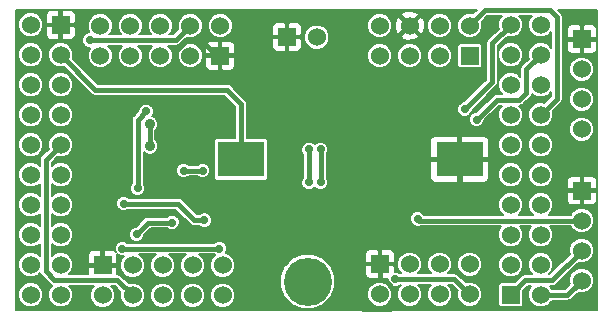
<source format=gbl>
G04 (created by PCBNEW (2013-may-18)-stable) date Сб 14 ноя 2015 13:08:16*
%MOIN*%
G04 Gerber Fmt 3.4, Leading zero omitted, Abs format*
%FSLAX34Y34*%
G01*
G70*
G90*
G04 APERTURE LIST*
%ADD10C,0.00590551*%
%ADD11R,0.06X0.06*%
%ADD12C,0.06*%
%ADD13R,0.15748X0.11811*%
%ADD14C,0.16*%
%ADD15C,0.0275591*%
%ADD16C,0.035*%
%ADD17C,0.015748*%
%ADD18C,0.00787402*%
G04 APERTURE END LIST*
G54D10*
G54D11*
X31606Y-19791D03*
G54D12*
X31606Y-18791D03*
X30606Y-19791D03*
X30606Y-18791D03*
X29606Y-19791D03*
X29606Y-18791D03*
X28606Y-19791D03*
X28606Y-18791D03*
X27606Y-19791D03*
X27606Y-18791D03*
G54D11*
X27685Y-26783D03*
G54D12*
X27685Y-27783D03*
X28685Y-26783D03*
X28685Y-27783D03*
X29685Y-26783D03*
X29685Y-27783D03*
X30685Y-26783D03*
X30685Y-27783D03*
X31685Y-26783D03*
X31685Y-27783D03*
G54D11*
X36925Y-26744D03*
G54D12*
X36925Y-27744D03*
X37925Y-26744D03*
X37925Y-27744D03*
X38925Y-26744D03*
X38925Y-27744D03*
X39925Y-26744D03*
X39925Y-27744D03*
G54D11*
X39925Y-19791D03*
G54D12*
X39925Y-18791D03*
X38925Y-19791D03*
X38925Y-18791D03*
X37925Y-19791D03*
X37925Y-18791D03*
X36925Y-19791D03*
X36925Y-18791D03*
G54D11*
X43661Y-19248D03*
G54D12*
X43661Y-20248D03*
X43661Y-21248D03*
X43661Y-22248D03*
G54D11*
X33830Y-19173D03*
G54D12*
X34830Y-19173D03*
G54D11*
X41287Y-27767D03*
G54D12*
X42287Y-27767D03*
X41287Y-26767D03*
X42287Y-26767D03*
X41287Y-25767D03*
X42287Y-25767D03*
X41287Y-24767D03*
X42287Y-24767D03*
X41287Y-23767D03*
X42287Y-23767D03*
X41287Y-22767D03*
X42287Y-22767D03*
X41287Y-21767D03*
X42287Y-21767D03*
X41287Y-20767D03*
X42287Y-20767D03*
X41287Y-19767D03*
X42287Y-19767D03*
X41287Y-18767D03*
X42287Y-18767D03*
G54D11*
X26287Y-18767D03*
G54D12*
X25287Y-18767D03*
X26287Y-19767D03*
X25287Y-19767D03*
X26287Y-20767D03*
X25287Y-20767D03*
X26287Y-21767D03*
X25287Y-21767D03*
X26287Y-22767D03*
X25287Y-22767D03*
X26287Y-23767D03*
X25287Y-23767D03*
X26287Y-24767D03*
X25287Y-24767D03*
X26287Y-25767D03*
X25287Y-25767D03*
X26287Y-26767D03*
X25287Y-26767D03*
X26287Y-27767D03*
X25287Y-27767D03*
G54D13*
X32303Y-23248D03*
X39586Y-23248D03*
G54D14*
X34527Y-27322D03*
G54D11*
X43661Y-24287D03*
G54D12*
X43661Y-25287D03*
X43661Y-26287D03*
X43661Y-27287D03*
G54D15*
X38188Y-25236D03*
X31023Y-23622D03*
X30393Y-23622D03*
X30000Y-25354D03*
X28818Y-25748D03*
X37480Y-24842D03*
X30314Y-21653D03*
X30314Y-20433D03*
X31181Y-23031D03*
X35944Y-27795D03*
X33385Y-25275D03*
X28346Y-21653D03*
X40118Y-24448D03*
X38149Y-21889D03*
X32716Y-21299D03*
X34527Y-21299D03*
X37677Y-22362D03*
X31338Y-24409D03*
X27086Y-25905D03*
X27086Y-24488D03*
X27086Y-22755D03*
X34566Y-24015D03*
X31574Y-26220D03*
X34566Y-22913D03*
X28346Y-26220D03*
X27253Y-19271D03*
G54D16*
X29251Y-22795D03*
X29251Y-22086D03*
G54D15*
X28858Y-24212D03*
X29133Y-21653D03*
X31082Y-25275D03*
X28395Y-24724D03*
X39763Y-21574D03*
X37440Y-27244D03*
X40157Y-21929D03*
X34960Y-24015D03*
X34960Y-22913D03*
G54D17*
X38240Y-25287D02*
X43661Y-25287D01*
X38188Y-25236D02*
X38240Y-25287D01*
X30393Y-23622D02*
X31023Y-23622D01*
X29212Y-25354D02*
X30000Y-25354D01*
X28818Y-25748D02*
X29212Y-25354D01*
X26287Y-19767D02*
X26287Y-19771D01*
X32303Y-21407D02*
X32303Y-23248D01*
X31820Y-20925D02*
X32303Y-21407D01*
X27440Y-20925D02*
X31820Y-20925D01*
X26287Y-19771D02*
X27440Y-20925D01*
X30314Y-21653D02*
X30433Y-21653D01*
X31606Y-19791D02*
X31484Y-19791D01*
X30118Y-20236D02*
X30314Y-20433D01*
X30118Y-19645D02*
X30118Y-20236D01*
X30472Y-19291D02*
X30118Y-19645D01*
X30984Y-19291D02*
X30472Y-19291D01*
X31484Y-19791D02*
X30984Y-19291D01*
X31181Y-22401D02*
X31181Y-23031D01*
X30433Y-21653D02*
X31181Y-22401D01*
X36925Y-27200D02*
X37007Y-27283D01*
X37007Y-27283D02*
X37086Y-27283D01*
X37086Y-27283D02*
X37440Y-27637D01*
X37440Y-27637D02*
X37440Y-28070D01*
X37440Y-28070D02*
X37283Y-28228D01*
X37283Y-28228D02*
X36377Y-28228D01*
X36377Y-28228D02*
X35944Y-27795D01*
X36925Y-26744D02*
X36925Y-27200D01*
X39586Y-23248D02*
X39586Y-24350D01*
X39685Y-24448D02*
X40118Y-24448D01*
X39586Y-24350D02*
X39685Y-24448D01*
X41287Y-27767D02*
X41771Y-27283D01*
X42665Y-27283D02*
X43661Y-26287D01*
X41771Y-27283D02*
X42665Y-27283D01*
X34566Y-24015D02*
X34566Y-22913D01*
X28346Y-26220D02*
X31574Y-26220D01*
X26287Y-22767D02*
X26287Y-22777D01*
X28175Y-27273D02*
X28685Y-27783D01*
X26082Y-27273D02*
X28175Y-27273D01*
X25787Y-26978D02*
X26082Y-27273D01*
X25787Y-23277D02*
X25787Y-26978D01*
X26287Y-22777D02*
X25787Y-23277D01*
X30598Y-18791D02*
X30606Y-18791D01*
X30118Y-19271D02*
X30598Y-18791D01*
X30068Y-19271D02*
X30118Y-19271D01*
X27253Y-19271D02*
X30068Y-19271D01*
X29251Y-22086D02*
X29251Y-22795D01*
X28858Y-21929D02*
X28858Y-24212D01*
X29133Y-21653D02*
X28858Y-21929D01*
X30748Y-25275D02*
X31082Y-25275D01*
X30196Y-24724D02*
X30748Y-25275D01*
X28395Y-24724D02*
X30196Y-24724D01*
X42287Y-27767D02*
X43181Y-27767D01*
X43181Y-27767D02*
X43661Y-27287D01*
X39925Y-18791D02*
X39925Y-18775D01*
X42834Y-21220D02*
X42287Y-21767D01*
X42834Y-18503D02*
X42834Y-21220D01*
X42598Y-18267D02*
X42834Y-18503D01*
X40433Y-18267D02*
X42598Y-18267D01*
X39925Y-18775D02*
X40433Y-18267D01*
X39925Y-27744D02*
X39909Y-27744D01*
X40669Y-19385D02*
X41287Y-18767D01*
X40669Y-20669D02*
X40669Y-19385D01*
X39763Y-21574D02*
X40669Y-20669D01*
X39409Y-27244D02*
X37440Y-27244D01*
X39909Y-27744D02*
X39409Y-27244D01*
X41811Y-20244D02*
X42287Y-19767D01*
X41811Y-21023D02*
X41811Y-20244D01*
X41574Y-21259D02*
X41811Y-21023D01*
X40826Y-21259D02*
X41574Y-21259D01*
X40157Y-21929D02*
X40826Y-21259D01*
X34960Y-24015D02*
X34960Y-22913D01*
G54D10*
G36*
X44183Y-28277D02*
X44158Y-28277D01*
X44158Y-24626D01*
X44158Y-23948D01*
X44158Y-19587D01*
X44158Y-18909D01*
X44128Y-18836D01*
X44073Y-18781D01*
X44000Y-18751D01*
X43922Y-18751D01*
X43750Y-18751D01*
X43700Y-18800D01*
X43700Y-19208D01*
X44109Y-19208D01*
X44158Y-19159D01*
X44158Y-18909D01*
X44158Y-19587D01*
X44158Y-19336D01*
X44109Y-19287D01*
X43700Y-19287D01*
X43700Y-19695D01*
X43750Y-19744D01*
X43922Y-19744D01*
X44000Y-19744D01*
X44073Y-19714D01*
X44128Y-19659D01*
X44158Y-19587D01*
X44158Y-23948D01*
X44128Y-23876D01*
X44079Y-23827D01*
X44079Y-22165D01*
X44079Y-21165D01*
X44079Y-20165D01*
X44016Y-20011D01*
X43898Y-19893D01*
X43744Y-19829D01*
X43622Y-19829D01*
X43622Y-19695D01*
X43622Y-19287D01*
X43622Y-19208D01*
X43622Y-18800D01*
X43572Y-18751D01*
X43400Y-18751D01*
X43322Y-18751D01*
X43249Y-18781D01*
X43194Y-18836D01*
X43164Y-18909D01*
X43164Y-19159D01*
X43213Y-19208D01*
X43622Y-19208D01*
X43622Y-19287D01*
X43213Y-19287D01*
X43164Y-19336D01*
X43164Y-19587D01*
X43194Y-19659D01*
X43249Y-19714D01*
X43322Y-19744D01*
X43400Y-19744D01*
X43572Y-19744D01*
X43622Y-19695D01*
X43622Y-19829D01*
X43578Y-19829D01*
X43424Y-19893D01*
X43307Y-20010D01*
X43243Y-20164D01*
X43243Y-20330D01*
X43306Y-20484D01*
X43424Y-20602D01*
X43577Y-20666D01*
X43744Y-20666D01*
X43897Y-20602D01*
X44015Y-20485D01*
X44079Y-20331D01*
X44079Y-20165D01*
X44079Y-21165D01*
X44016Y-21011D01*
X43898Y-20893D01*
X43744Y-20829D01*
X43578Y-20829D01*
X43424Y-20893D01*
X43307Y-21010D01*
X43243Y-21164D01*
X43243Y-21330D01*
X43306Y-21484D01*
X43424Y-21602D01*
X43577Y-21666D01*
X43744Y-21666D01*
X43897Y-21602D01*
X44015Y-21485D01*
X44079Y-21331D01*
X44079Y-21165D01*
X44079Y-22165D01*
X44016Y-22011D01*
X43898Y-21893D01*
X43744Y-21829D01*
X43578Y-21829D01*
X43424Y-21893D01*
X43307Y-22010D01*
X43243Y-22164D01*
X43243Y-22330D01*
X43306Y-22484D01*
X43424Y-22602D01*
X43577Y-22666D01*
X43744Y-22666D01*
X43897Y-22602D01*
X44015Y-22485D01*
X44079Y-22331D01*
X44079Y-22165D01*
X44079Y-23827D01*
X44073Y-23820D01*
X44000Y-23790D01*
X43922Y-23790D01*
X43750Y-23790D01*
X43700Y-23839D01*
X43700Y-24248D01*
X44109Y-24248D01*
X44158Y-24198D01*
X44158Y-23948D01*
X44158Y-24626D01*
X44158Y-24375D01*
X44109Y-24326D01*
X43700Y-24326D01*
X43700Y-24735D01*
X43750Y-24784D01*
X43922Y-24784D01*
X44000Y-24784D01*
X44073Y-24754D01*
X44128Y-24698D01*
X44158Y-24626D01*
X44158Y-28277D01*
X44079Y-28277D01*
X44079Y-27204D01*
X44016Y-27050D01*
X43898Y-26933D01*
X43744Y-26869D01*
X43578Y-26869D01*
X43424Y-26932D01*
X43307Y-27050D01*
X43243Y-27203D01*
X43243Y-27370D01*
X43259Y-27410D01*
X43099Y-27570D01*
X42658Y-27570D01*
X42642Y-27531D01*
X42591Y-27480D01*
X42665Y-27480D01*
X42665Y-27480D01*
X42740Y-27465D01*
X42804Y-27422D01*
X43538Y-26688D01*
X43577Y-26705D01*
X43744Y-26705D01*
X43897Y-26642D01*
X44015Y-26524D01*
X44079Y-26370D01*
X44079Y-26204D01*
X44079Y-25204D01*
X44016Y-25050D01*
X43898Y-24933D01*
X43744Y-24869D01*
X43622Y-24869D01*
X43622Y-24735D01*
X43622Y-24326D01*
X43622Y-24248D01*
X43622Y-23839D01*
X43572Y-23790D01*
X43400Y-23790D01*
X43322Y-23790D01*
X43249Y-23820D01*
X43194Y-23876D01*
X43164Y-23948D01*
X43164Y-24198D01*
X43213Y-24248D01*
X43622Y-24248D01*
X43622Y-24326D01*
X43213Y-24326D01*
X43164Y-24375D01*
X43164Y-24626D01*
X43194Y-24698D01*
X43249Y-24754D01*
X43322Y-24784D01*
X43400Y-24784D01*
X43572Y-24784D01*
X43622Y-24735D01*
X43622Y-24869D01*
X43578Y-24869D01*
X43424Y-24932D01*
X43307Y-25050D01*
X43290Y-25090D01*
X42555Y-25090D01*
X42641Y-25004D01*
X42705Y-24851D01*
X42705Y-24684D01*
X42705Y-23684D01*
X42705Y-22684D01*
X42642Y-22531D01*
X42524Y-22413D01*
X42370Y-22349D01*
X42204Y-22349D01*
X42050Y-22413D01*
X41933Y-22530D01*
X41869Y-22684D01*
X41869Y-22850D01*
X41932Y-23004D01*
X42050Y-23121D01*
X42203Y-23185D01*
X42370Y-23185D01*
X42523Y-23122D01*
X42641Y-23004D01*
X42705Y-22851D01*
X42705Y-22684D01*
X42705Y-23684D01*
X42642Y-23531D01*
X42524Y-23413D01*
X42370Y-23349D01*
X42204Y-23349D01*
X42050Y-23413D01*
X41933Y-23530D01*
X41869Y-23684D01*
X41869Y-23850D01*
X41932Y-24004D01*
X42050Y-24121D01*
X42203Y-24185D01*
X42370Y-24185D01*
X42523Y-24122D01*
X42641Y-24004D01*
X42705Y-23851D01*
X42705Y-23684D01*
X42705Y-24684D01*
X42642Y-24531D01*
X42524Y-24413D01*
X42370Y-24349D01*
X42204Y-24349D01*
X42050Y-24413D01*
X41933Y-24530D01*
X41869Y-24684D01*
X41869Y-24850D01*
X41932Y-25004D01*
X42018Y-25090D01*
X41555Y-25090D01*
X41641Y-25004D01*
X41705Y-24851D01*
X41705Y-24684D01*
X41705Y-23684D01*
X41705Y-22684D01*
X41642Y-22531D01*
X41524Y-22413D01*
X41370Y-22349D01*
X41204Y-22349D01*
X41050Y-22413D01*
X40933Y-22530D01*
X40869Y-22684D01*
X40869Y-22850D01*
X40932Y-23004D01*
X41050Y-23121D01*
X41203Y-23185D01*
X41370Y-23185D01*
X41523Y-23122D01*
X41641Y-23004D01*
X41705Y-22851D01*
X41705Y-22684D01*
X41705Y-23684D01*
X41642Y-23531D01*
X41524Y-23413D01*
X41370Y-23349D01*
X41204Y-23349D01*
X41050Y-23413D01*
X40933Y-23530D01*
X40869Y-23684D01*
X40869Y-23850D01*
X40932Y-24004D01*
X41050Y-24121D01*
X41203Y-24185D01*
X41370Y-24185D01*
X41523Y-24122D01*
X41641Y-24004D01*
X41705Y-23851D01*
X41705Y-23684D01*
X41705Y-24684D01*
X41642Y-24531D01*
X41524Y-24413D01*
X41370Y-24349D01*
X41204Y-24349D01*
X41050Y-24413D01*
X40933Y-24530D01*
X40869Y-24684D01*
X40869Y-24850D01*
X40932Y-25004D01*
X41018Y-25090D01*
X40570Y-25090D01*
X40570Y-23799D01*
X40570Y-22696D01*
X40570Y-22618D01*
X40540Y-22545D01*
X40485Y-22490D01*
X40413Y-22460D01*
X39675Y-22460D01*
X39625Y-22509D01*
X39625Y-23208D01*
X40521Y-23208D01*
X40570Y-23159D01*
X40570Y-22696D01*
X40570Y-23799D01*
X40570Y-23336D01*
X40521Y-23287D01*
X39625Y-23287D01*
X39625Y-23986D01*
X39675Y-24035D01*
X40413Y-24035D01*
X40485Y-24005D01*
X40540Y-23950D01*
X40570Y-23877D01*
X40570Y-23799D01*
X40570Y-25090D01*
X39547Y-25090D01*
X39547Y-23986D01*
X39547Y-23287D01*
X39547Y-23208D01*
X39547Y-22509D01*
X39498Y-22460D01*
X39343Y-22460D01*
X39343Y-19708D01*
X39343Y-18708D01*
X39279Y-18554D01*
X39162Y-18437D01*
X39008Y-18373D01*
X38842Y-18373D01*
X38688Y-18436D01*
X38570Y-18554D01*
X38507Y-18707D01*
X38507Y-18874D01*
X38570Y-19027D01*
X38688Y-19145D01*
X38841Y-19209D01*
X39007Y-19209D01*
X39161Y-19146D01*
X39279Y-19028D01*
X39343Y-18874D01*
X39343Y-18708D01*
X39343Y-19708D01*
X39279Y-19554D01*
X39162Y-19437D01*
X39008Y-19373D01*
X38842Y-19373D01*
X38688Y-19436D01*
X38570Y-19554D01*
X38507Y-19707D01*
X38507Y-19874D01*
X38570Y-20027D01*
X38688Y-20145D01*
X38841Y-20209D01*
X39007Y-20209D01*
X39161Y-20146D01*
X39279Y-20028D01*
X39343Y-19874D01*
X39343Y-19708D01*
X39343Y-22460D01*
X38760Y-22460D01*
X38687Y-22490D01*
X38632Y-22545D01*
X38602Y-22618D01*
X38602Y-22696D01*
X38602Y-23159D01*
X38651Y-23208D01*
X39547Y-23208D01*
X39547Y-23287D01*
X38651Y-23287D01*
X38602Y-23336D01*
X38602Y-23799D01*
X38602Y-23877D01*
X38632Y-23950D01*
X38687Y-24005D01*
X38760Y-24035D01*
X39498Y-24035D01*
X39547Y-23986D01*
X39547Y-25090D01*
X38425Y-25090D01*
X38425Y-18870D01*
X38417Y-18673D01*
X38356Y-18526D01*
X38275Y-18496D01*
X38219Y-18552D01*
X38219Y-18441D01*
X38190Y-18359D01*
X38004Y-18291D01*
X37807Y-18298D01*
X37660Y-18359D01*
X37630Y-18441D01*
X37925Y-18735D01*
X38219Y-18441D01*
X38219Y-18552D01*
X37980Y-18791D01*
X38275Y-19085D01*
X38356Y-19056D01*
X38425Y-18870D01*
X38425Y-25090D01*
X38405Y-25090D01*
X38343Y-25028D01*
X38343Y-19708D01*
X38279Y-19554D01*
X38219Y-19494D01*
X38219Y-19141D01*
X37925Y-18847D01*
X37869Y-18902D01*
X37869Y-18791D01*
X37575Y-18496D01*
X37493Y-18526D01*
X37424Y-18711D01*
X37432Y-18909D01*
X37493Y-19056D01*
X37575Y-19085D01*
X37869Y-18791D01*
X37869Y-18902D01*
X37630Y-19141D01*
X37660Y-19223D01*
X37845Y-19291D01*
X38043Y-19284D01*
X38190Y-19223D01*
X38219Y-19141D01*
X38219Y-19494D01*
X38162Y-19437D01*
X38008Y-19373D01*
X37842Y-19373D01*
X37688Y-19436D01*
X37570Y-19554D01*
X37507Y-19707D01*
X37507Y-19874D01*
X37570Y-20027D01*
X37688Y-20145D01*
X37841Y-20209D01*
X38007Y-20209D01*
X38161Y-20146D01*
X38279Y-20028D01*
X38343Y-19874D01*
X38343Y-19708D01*
X38343Y-25028D01*
X38334Y-25019D01*
X38240Y-24980D01*
X38138Y-24980D01*
X38044Y-25019D01*
X37972Y-25091D01*
X37933Y-25185D01*
X37933Y-25286D01*
X37971Y-25380D01*
X38043Y-25453D01*
X38137Y-25492D01*
X38239Y-25492D01*
X38258Y-25484D01*
X40979Y-25484D01*
X40933Y-25530D01*
X40869Y-25684D01*
X40869Y-25850D01*
X40932Y-26004D01*
X41050Y-26121D01*
X41203Y-26185D01*
X41370Y-26185D01*
X41523Y-26122D01*
X41641Y-26004D01*
X41705Y-25851D01*
X41705Y-25684D01*
X41642Y-25531D01*
X41595Y-25484D01*
X41979Y-25484D01*
X41933Y-25530D01*
X41869Y-25684D01*
X41869Y-25850D01*
X41932Y-26004D01*
X42050Y-26121D01*
X42203Y-26185D01*
X42370Y-26185D01*
X42523Y-26122D01*
X42641Y-26004D01*
X42705Y-25851D01*
X42705Y-25684D01*
X42642Y-25531D01*
X42595Y-25484D01*
X43290Y-25484D01*
X43306Y-25523D01*
X43424Y-25641D01*
X43577Y-25705D01*
X43744Y-25705D01*
X43897Y-25642D01*
X44015Y-25524D01*
X44079Y-25370D01*
X44079Y-25204D01*
X44079Y-26204D01*
X44016Y-26050D01*
X43898Y-25933D01*
X43744Y-25869D01*
X43578Y-25869D01*
X43424Y-25932D01*
X43307Y-26050D01*
X43243Y-26203D01*
X43243Y-26370D01*
X43259Y-26410D01*
X42583Y-27086D01*
X42559Y-27086D01*
X42641Y-27004D01*
X42705Y-26851D01*
X42705Y-26684D01*
X42642Y-26531D01*
X42524Y-26413D01*
X42370Y-26349D01*
X42204Y-26349D01*
X42050Y-26413D01*
X41933Y-26530D01*
X41869Y-26684D01*
X41869Y-26850D01*
X41932Y-27004D01*
X42014Y-27086D01*
X41771Y-27086D01*
X41705Y-27099D01*
X41705Y-26684D01*
X41642Y-26531D01*
X41524Y-26413D01*
X41370Y-26349D01*
X41204Y-26349D01*
X41050Y-26413D01*
X40933Y-26530D01*
X40869Y-26684D01*
X40869Y-26850D01*
X40932Y-27004D01*
X41050Y-27121D01*
X41203Y-27185D01*
X41370Y-27185D01*
X41523Y-27122D01*
X41641Y-27004D01*
X41705Y-26851D01*
X41705Y-26684D01*
X41705Y-27099D01*
X41696Y-27101D01*
X41632Y-27144D01*
X41427Y-27349D01*
X40964Y-27349D01*
X40920Y-27367D01*
X40887Y-27400D01*
X40869Y-27444D01*
X40869Y-27491D01*
X40869Y-28091D01*
X40887Y-28134D01*
X40920Y-28167D01*
X40963Y-28185D01*
X41010Y-28185D01*
X41610Y-28185D01*
X41654Y-28167D01*
X41687Y-28134D01*
X41705Y-28091D01*
X41705Y-28044D01*
X41705Y-27627D01*
X41853Y-27480D01*
X41983Y-27480D01*
X41933Y-27530D01*
X41869Y-27684D01*
X41869Y-27850D01*
X41932Y-28004D01*
X42050Y-28121D01*
X42203Y-28185D01*
X42370Y-28185D01*
X42523Y-28122D01*
X42641Y-28004D01*
X42658Y-27964D01*
X43181Y-27964D01*
X43181Y-27964D01*
X43256Y-27949D01*
X43320Y-27906D01*
X43538Y-27688D01*
X43577Y-27705D01*
X43744Y-27705D01*
X43897Y-27642D01*
X44015Y-27524D01*
X44079Y-27370D01*
X44079Y-27204D01*
X44079Y-28277D01*
X40343Y-28277D01*
X40343Y-27661D01*
X40343Y-26661D01*
X40279Y-26507D01*
X40162Y-26389D01*
X40008Y-26326D01*
X39842Y-26325D01*
X39688Y-26389D01*
X39570Y-26506D01*
X39507Y-26660D01*
X39507Y-26826D01*
X39570Y-26980D01*
X39688Y-27098D01*
X39841Y-27162D01*
X40007Y-27162D01*
X40161Y-27098D01*
X40279Y-26981D01*
X40343Y-26827D01*
X40343Y-26661D01*
X40343Y-27661D01*
X40279Y-27507D01*
X40162Y-27389D01*
X40008Y-27326D01*
X39842Y-27325D01*
X39790Y-27347D01*
X39548Y-27104D01*
X39484Y-27062D01*
X39409Y-27047D01*
X39213Y-27047D01*
X39279Y-26981D01*
X39343Y-26827D01*
X39343Y-26661D01*
X39279Y-26507D01*
X39162Y-26389D01*
X39008Y-26326D01*
X38842Y-26325D01*
X38688Y-26389D01*
X38570Y-26506D01*
X38507Y-26660D01*
X38507Y-26826D01*
X38570Y-26980D01*
X38637Y-27047D01*
X38213Y-27047D01*
X38279Y-26981D01*
X38343Y-26827D01*
X38343Y-26661D01*
X38279Y-26507D01*
X38162Y-26389D01*
X38008Y-26326D01*
X37842Y-26325D01*
X37688Y-26389D01*
X37570Y-26506D01*
X37507Y-26660D01*
X37507Y-26826D01*
X37570Y-26980D01*
X37637Y-27047D01*
X37606Y-27047D01*
X37586Y-27027D01*
X37492Y-26988D01*
X37422Y-26988D01*
X37422Y-26483D01*
X37422Y-26404D01*
X37391Y-26332D01*
X37343Y-26283D01*
X37343Y-19708D01*
X37343Y-18708D01*
X37279Y-18554D01*
X37162Y-18437D01*
X37008Y-18373D01*
X36842Y-18373D01*
X36688Y-18436D01*
X36570Y-18554D01*
X36507Y-18707D01*
X36507Y-18874D01*
X36570Y-19027D01*
X36688Y-19145D01*
X36841Y-19209D01*
X37007Y-19209D01*
X37161Y-19146D01*
X37279Y-19028D01*
X37343Y-18874D01*
X37343Y-18708D01*
X37343Y-19708D01*
X37279Y-19554D01*
X37162Y-19437D01*
X37008Y-19373D01*
X36842Y-19373D01*
X36688Y-19436D01*
X36570Y-19554D01*
X36507Y-19707D01*
X36507Y-19874D01*
X36570Y-20027D01*
X36688Y-20145D01*
X36841Y-20209D01*
X37007Y-20209D01*
X37161Y-20146D01*
X37279Y-20028D01*
X37343Y-19874D01*
X37343Y-19708D01*
X37343Y-26283D01*
X37336Y-26277D01*
X37264Y-26247D01*
X37013Y-26247D01*
X36964Y-26296D01*
X36964Y-26704D01*
X37372Y-26704D01*
X37422Y-26655D01*
X37422Y-26483D01*
X37422Y-26988D01*
X37422Y-26988D01*
X37422Y-26832D01*
X37372Y-26783D01*
X36964Y-26783D01*
X36964Y-27191D01*
X37013Y-27240D01*
X37185Y-27240D01*
X37184Y-27294D01*
X37223Y-27388D01*
X37295Y-27460D01*
X37389Y-27499D01*
X37491Y-27500D01*
X37585Y-27461D01*
X37605Y-27440D01*
X37637Y-27440D01*
X37570Y-27506D01*
X37507Y-27660D01*
X37507Y-27826D01*
X37570Y-27980D01*
X37688Y-28098D01*
X37841Y-28162D01*
X38007Y-28162D01*
X38161Y-28098D01*
X38279Y-27981D01*
X38343Y-27827D01*
X38343Y-27661D01*
X38279Y-27507D01*
X38213Y-27440D01*
X38637Y-27440D01*
X38570Y-27506D01*
X38507Y-27660D01*
X38507Y-27826D01*
X38570Y-27980D01*
X38688Y-28098D01*
X38841Y-28162D01*
X39007Y-28162D01*
X39161Y-28098D01*
X39279Y-27981D01*
X39343Y-27827D01*
X39343Y-27661D01*
X39279Y-27507D01*
X39213Y-27440D01*
X39327Y-27440D01*
X39519Y-27632D01*
X39507Y-27660D01*
X39507Y-27826D01*
X39570Y-27980D01*
X39688Y-28098D01*
X39841Y-28162D01*
X40007Y-28162D01*
X40161Y-28098D01*
X40279Y-27981D01*
X40343Y-27827D01*
X40343Y-27661D01*
X40343Y-28277D01*
X37343Y-28277D01*
X37343Y-27661D01*
X37279Y-27507D01*
X37162Y-27389D01*
X37008Y-27326D01*
X36885Y-27325D01*
X36885Y-27191D01*
X36885Y-26783D01*
X36885Y-26704D01*
X36885Y-26296D01*
X36836Y-26247D01*
X36586Y-26247D01*
X36513Y-26277D01*
X36458Y-26332D01*
X36428Y-26404D01*
X36428Y-26483D01*
X36428Y-26655D01*
X36477Y-26704D01*
X36885Y-26704D01*
X36885Y-26783D01*
X36477Y-26783D01*
X36428Y-26832D01*
X36428Y-27005D01*
X36428Y-27083D01*
X36458Y-27155D01*
X36513Y-27211D01*
X36586Y-27240D01*
X36836Y-27240D01*
X36885Y-27191D01*
X36885Y-27325D01*
X36842Y-27325D01*
X36688Y-27389D01*
X36570Y-27506D01*
X36507Y-27660D01*
X36507Y-27826D01*
X36570Y-27980D01*
X36688Y-28098D01*
X36841Y-28162D01*
X37007Y-28162D01*
X37161Y-28098D01*
X37279Y-27981D01*
X37343Y-27827D01*
X37343Y-27661D01*
X37343Y-28277D01*
X35445Y-28277D01*
X35445Y-27141D01*
X35306Y-26803D01*
X35248Y-26745D01*
X35248Y-19090D01*
X35185Y-18936D01*
X35067Y-18818D01*
X34914Y-18755D01*
X34747Y-18755D01*
X34594Y-18818D01*
X34476Y-18936D01*
X34412Y-19089D01*
X34412Y-19256D01*
X34476Y-19409D01*
X34593Y-19527D01*
X34747Y-19591D01*
X34913Y-19591D01*
X35067Y-19527D01*
X35184Y-19410D01*
X35248Y-19256D01*
X35248Y-19090D01*
X35248Y-26745D01*
X35216Y-26713D01*
X35216Y-23965D01*
X35177Y-23870D01*
X35157Y-23850D01*
X35157Y-23078D01*
X35177Y-23058D01*
X35216Y-22964D01*
X35216Y-22862D01*
X35177Y-22768D01*
X35105Y-22696D01*
X35011Y-22657D01*
X34909Y-22657D01*
X34815Y-22696D01*
X34763Y-22748D01*
X34712Y-22696D01*
X34618Y-22657D01*
X34516Y-22657D01*
X34422Y-22696D01*
X34350Y-22768D01*
X34327Y-22822D01*
X34327Y-19434D01*
X34327Y-18912D01*
X34327Y-18833D01*
X34297Y-18761D01*
X34242Y-18706D01*
X34169Y-18676D01*
X33919Y-18676D01*
X33870Y-18725D01*
X33870Y-19133D01*
X34278Y-19133D01*
X34327Y-19084D01*
X34327Y-18912D01*
X34327Y-19434D01*
X34327Y-19261D01*
X34278Y-19212D01*
X33870Y-19212D01*
X33870Y-19620D01*
X33919Y-19670D01*
X34169Y-19670D01*
X34242Y-19640D01*
X34297Y-19584D01*
X34327Y-19512D01*
X34327Y-19434D01*
X34327Y-22822D01*
X34311Y-22862D01*
X34310Y-22964D01*
X34349Y-23058D01*
X34370Y-23078D01*
X34370Y-23850D01*
X34350Y-23870D01*
X34311Y-23964D01*
X34310Y-24066D01*
X34349Y-24160D01*
X34421Y-24232D01*
X34515Y-24271D01*
X34617Y-24271D01*
X34711Y-24232D01*
X34763Y-24180D01*
X34815Y-24232D01*
X34909Y-24271D01*
X35011Y-24271D01*
X35105Y-24232D01*
X35177Y-24160D01*
X35216Y-24066D01*
X35216Y-23965D01*
X35216Y-26713D01*
X35048Y-26544D01*
X34710Y-26404D01*
X34345Y-26404D01*
X34008Y-26544D01*
X33791Y-26760D01*
X33791Y-19620D01*
X33791Y-19212D01*
X33791Y-19133D01*
X33791Y-18725D01*
X33742Y-18676D01*
X33491Y-18676D01*
X33419Y-18706D01*
X33363Y-18761D01*
X33333Y-18833D01*
X33333Y-18912D01*
X33333Y-19084D01*
X33383Y-19133D01*
X33791Y-19133D01*
X33791Y-19212D01*
X33383Y-19212D01*
X33333Y-19261D01*
X33333Y-19434D01*
X33333Y-19512D01*
X33363Y-19584D01*
X33419Y-19640D01*
X33491Y-19670D01*
X33742Y-19670D01*
X33791Y-19620D01*
X33791Y-26760D01*
X33749Y-26802D01*
X33609Y-27139D01*
X33609Y-27504D01*
X33748Y-27842D01*
X34006Y-28100D01*
X34344Y-28240D01*
X34709Y-28241D01*
X35046Y-28101D01*
X35305Y-27843D01*
X35445Y-27506D01*
X35445Y-27141D01*
X35445Y-28277D01*
X33208Y-28277D01*
X33208Y-23815D01*
X33208Y-22634D01*
X33190Y-22590D01*
X33157Y-22557D01*
X33114Y-22539D01*
X33067Y-22539D01*
X32500Y-22539D01*
X32500Y-21407D01*
X32485Y-21332D01*
X32442Y-21268D01*
X32442Y-21268D01*
X32103Y-20929D01*
X32103Y-20052D01*
X32103Y-19530D01*
X32103Y-19452D01*
X32073Y-19379D01*
X32024Y-19331D01*
X32024Y-18708D01*
X31960Y-18554D01*
X31843Y-18437D01*
X31689Y-18373D01*
X31523Y-18373D01*
X31369Y-18436D01*
X31252Y-18554D01*
X31188Y-18707D01*
X31188Y-18874D01*
X31251Y-19027D01*
X31369Y-19145D01*
X31522Y-19209D01*
X31689Y-19209D01*
X31842Y-19146D01*
X31960Y-19028D01*
X32024Y-18874D01*
X32024Y-18708D01*
X32024Y-19331D01*
X32017Y-19324D01*
X31945Y-19294D01*
X31694Y-19294D01*
X31645Y-19343D01*
X31645Y-19751D01*
X32053Y-19751D01*
X32103Y-19702D01*
X32103Y-19530D01*
X32103Y-20052D01*
X32103Y-19879D01*
X32053Y-19830D01*
X31645Y-19830D01*
X31645Y-20238D01*
X31694Y-20288D01*
X31945Y-20288D01*
X32017Y-20258D01*
X32073Y-20202D01*
X32103Y-20130D01*
X32103Y-20052D01*
X32103Y-20929D01*
X31960Y-20786D01*
X31896Y-20743D01*
X31820Y-20728D01*
X31566Y-20728D01*
X31566Y-20238D01*
X31566Y-19830D01*
X31566Y-19751D01*
X31566Y-19343D01*
X31517Y-19294D01*
X31267Y-19294D01*
X31194Y-19324D01*
X31139Y-19379D01*
X31109Y-19452D01*
X31109Y-19530D01*
X31109Y-19702D01*
X31158Y-19751D01*
X31566Y-19751D01*
X31566Y-19830D01*
X31158Y-19830D01*
X31109Y-19879D01*
X31109Y-20052D01*
X31109Y-20130D01*
X31139Y-20202D01*
X31194Y-20258D01*
X31267Y-20288D01*
X31517Y-20288D01*
X31566Y-20238D01*
X31566Y-20728D01*
X31024Y-20728D01*
X31024Y-19708D01*
X31024Y-18708D01*
X30960Y-18554D01*
X30843Y-18437D01*
X30689Y-18373D01*
X30523Y-18373D01*
X30369Y-18436D01*
X30252Y-18554D01*
X30188Y-18707D01*
X30188Y-18874D01*
X30202Y-18908D01*
X30036Y-19074D01*
X29914Y-19074D01*
X29960Y-19028D01*
X30024Y-18874D01*
X30024Y-18708D01*
X29960Y-18554D01*
X29843Y-18437D01*
X29689Y-18373D01*
X29523Y-18373D01*
X29369Y-18436D01*
X29252Y-18554D01*
X29188Y-18707D01*
X29188Y-18874D01*
X29251Y-19027D01*
X29298Y-19074D01*
X28914Y-19074D01*
X28960Y-19028D01*
X29024Y-18874D01*
X29024Y-18708D01*
X28960Y-18554D01*
X28843Y-18437D01*
X28689Y-18373D01*
X28523Y-18373D01*
X28369Y-18436D01*
X28252Y-18554D01*
X28188Y-18707D01*
X28188Y-18874D01*
X28251Y-19027D01*
X28298Y-19074D01*
X27914Y-19074D01*
X27960Y-19028D01*
X28024Y-18874D01*
X28024Y-18708D01*
X27960Y-18554D01*
X27843Y-18437D01*
X27689Y-18373D01*
X27523Y-18373D01*
X27369Y-18436D01*
X27252Y-18554D01*
X27188Y-18707D01*
X27188Y-18874D01*
X27246Y-19015D01*
X27203Y-19015D01*
X27109Y-19054D01*
X27037Y-19126D01*
X26998Y-19220D01*
X26997Y-19322D01*
X27036Y-19416D01*
X27108Y-19488D01*
X27202Y-19527D01*
X27278Y-19527D01*
X27252Y-19554D01*
X27188Y-19707D01*
X27188Y-19874D01*
X27251Y-20027D01*
X27369Y-20145D01*
X27522Y-20209D01*
X27689Y-20209D01*
X27842Y-20146D01*
X27960Y-20028D01*
X28024Y-19874D01*
X28024Y-19708D01*
X27960Y-19554D01*
X27874Y-19468D01*
X28337Y-19468D01*
X28252Y-19554D01*
X28188Y-19707D01*
X28188Y-19874D01*
X28251Y-20027D01*
X28369Y-20145D01*
X28522Y-20209D01*
X28689Y-20209D01*
X28842Y-20146D01*
X28960Y-20028D01*
X29024Y-19874D01*
X29024Y-19708D01*
X28960Y-19554D01*
X28874Y-19468D01*
X29337Y-19468D01*
X29252Y-19554D01*
X29188Y-19707D01*
X29188Y-19874D01*
X29251Y-20027D01*
X29369Y-20145D01*
X29522Y-20209D01*
X29689Y-20209D01*
X29842Y-20146D01*
X29960Y-20028D01*
X30024Y-19874D01*
X30024Y-19708D01*
X29960Y-19554D01*
X29874Y-19468D01*
X30068Y-19468D01*
X30118Y-19468D01*
X30118Y-19468D01*
X30193Y-19453D01*
X30257Y-19410D01*
X30477Y-19190D01*
X30522Y-19209D01*
X30689Y-19209D01*
X30842Y-19146D01*
X30960Y-19028D01*
X31024Y-18874D01*
X31024Y-18708D01*
X31024Y-19708D01*
X30960Y-19554D01*
X30843Y-19437D01*
X30689Y-19373D01*
X30523Y-19373D01*
X30369Y-19436D01*
X30252Y-19554D01*
X30188Y-19707D01*
X30188Y-19874D01*
X30251Y-20027D01*
X30369Y-20145D01*
X30522Y-20209D01*
X30689Y-20209D01*
X30842Y-20146D01*
X30960Y-20028D01*
X31024Y-19874D01*
X31024Y-19708D01*
X31024Y-20728D01*
X27522Y-20728D01*
X26784Y-19990D01*
X26784Y-19106D01*
X26784Y-18428D01*
X26754Y-18356D01*
X26699Y-18300D01*
X26626Y-18270D01*
X26548Y-18270D01*
X26375Y-18270D01*
X26326Y-18320D01*
X26326Y-18728D01*
X26735Y-18728D01*
X26784Y-18679D01*
X26784Y-18428D01*
X26784Y-19106D01*
X26784Y-18856D01*
X26735Y-18807D01*
X26326Y-18807D01*
X26326Y-19215D01*
X26375Y-19264D01*
X26548Y-19264D01*
X26626Y-19264D01*
X26699Y-19234D01*
X26754Y-19179D01*
X26784Y-19106D01*
X26784Y-19990D01*
X26687Y-19893D01*
X26705Y-19851D01*
X26705Y-19684D01*
X26642Y-19531D01*
X26524Y-19413D01*
X26370Y-19349D01*
X26248Y-19349D01*
X26248Y-19215D01*
X26248Y-18807D01*
X26248Y-18728D01*
X26248Y-18320D01*
X26198Y-18270D01*
X26026Y-18270D01*
X25948Y-18270D01*
X25875Y-18300D01*
X25820Y-18356D01*
X25790Y-18428D01*
X25790Y-18679D01*
X25839Y-18728D01*
X26248Y-18728D01*
X26248Y-18807D01*
X25839Y-18807D01*
X25790Y-18856D01*
X25790Y-19106D01*
X25820Y-19179D01*
X25875Y-19234D01*
X25948Y-19264D01*
X26026Y-19264D01*
X26198Y-19264D01*
X26248Y-19215D01*
X26248Y-19349D01*
X26204Y-19349D01*
X26050Y-19413D01*
X25933Y-19530D01*
X25869Y-19684D01*
X25869Y-19850D01*
X25932Y-20004D01*
X26050Y-20121D01*
X26203Y-20185D01*
X26370Y-20185D01*
X26407Y-20170D01*
X27301Y-21064D01*
X27301Y-21064D01*
X27365Y-21107D01*
X27440Y-21122D01*
X27440Y-21122D01*
X31739Y-21122D01*
X32106Y-21489D01*
X32106Y-22539D01*
X31492Y-22539D01*
X31448Y-22557D01*
X31415Y-22590D01*
X31397Y-22633D01*
X31397Y-22680D01*
X31397Y-23861D01*
X31415Y-23905D01*
X31448Y-23938D01*
X31492Y-23956D01*
X31539Y-23956D01*
X33113Y-23956D01*
X33157Y-23938D01*
X33190Y-23905D01*
X33208Y-23862D01*
X33208Y-23815D01*
X33208Y-28277D01*
X32103Y-28277D01*
X32103Y-27700D01*
X32103Y-26700D01*
X32039Y-26546D01*
X31922Y-26429D01*
X31784Y-26372D01*
X31791Y-26365D01*
X31830Y-26271D01*
X31830Y-26169D01*
X31791Y-26075D01*
X31719Y-26003D01*
X31625Y-25964D01*
X31524Y-25964D01*
X31430Y-26003D01*
X31409Y-26023D01*
X31338Y-26023D01*
X31338Y-25224D01*
X31299Y-25130D01*
X31279Y-25110D01*
X31279Y-23571D01*
X31240Y-23477D01*
X31168Y-23405D01*
X31074Y-23366D01*
X30972Y-23366D01*
X30878Y-23404D01*
X30858Y-23425D01*
X30558Y-23425D01*
X30538Y-23405D01*
X30444Y-23366D01*
X30343Y-23366D01*
X30248Y-23404D01*
X30176Y-23476D01*
X30137Y-23570D01*
X30137Y-23672D01*
X30176Y-23766D01*
X30248Y-23838D01*
X30342Y-23877D01*
X30444Y-23877D01*
X30538Y-23839D01*
X30558Y-23818D01*
X30858Y-23818D01*
X30878Y-23838D01*
X30972Y-23877D01*
X31074Y-23877D01*
X31168Y-23839D01*
X31240Y-23767D01*
X31279Y-23673D01*
X31279Y-23571D01*
X31279Y-25110D01*
X31227Y-25058D01*
X31133Y-25019D01*
X31031Y-25019D01*
X30937Y-25058D01*
X30917Y-25078D01*
X30829Y-25078D01*
X30336Y-24585D01*
X30272Y-24542D01*
X30196Y-24527D01*
X29545Y-24527D01*
X29545Y-22737D01*
X29500Y-22629D01*
X29448Y-22577D01*
X29448Y-22304D01*
X29500Y-22252D01*
X29545Y-22145D01*
X29545Y-22028D01*
X29500Y-21920D01*
X29418Y-21838D01*
X29342Y-21806D01*
X29350Y-21798D01*
X29389Y-21704D01*
X29389Y-21602D01*
X29350Y-21508D01*
X29279Y-21436D01*
X29184Y-21397D01*
X29083Y-21397D01*
X28989Y-21436D01*
X28917Y-21508D01*
X28877Y-21602D01*
X28877Y-21631D01*
X28719Y-21789D01*
X28676Y-21853D01*
X28661Y-21929D01*
X28661Y-24047D01*
X28641Y-24067D01*
X28602Y-24161D01*
X28602Y-24263D01*
X28641Y-24357D01*
X28713Y-24429D01*
X28807Y-24468D01*
X28908Y-24468D01*
X29003Y-24429D01*
X29075Y-24357D01*
X29114Y-24263D01*
X29114Y-24161D01*
X29075Y-24067D01*
X29055Y-24047D01*
X29055Y-23012D01*
X29085Y-23043D01*
X29193Y-23088D01*
X29310Y-23088D01*
X29417Y-23043D01*
X29500Y-22961D01*
X29545Y-22853D01*
X29545Y-22737D01*
X29545Y-24527D01*
X28560Y-24527D01*
X28540Y-24507D01*
X28446Y-24468D01*
X28344Y-24468D01*
X28250Y-24507D01*
X28178Y-24579D01*
X28139Y-24673D01*
X28139Y-24775D01*
X28178Y-24869D01*
X28250Y-24941D01*
X28344Y-24980D01*
X28446Y-24980D01*
X28540Y-24941D01*
X28560Y-24921D01*
X30115Y-24921D01*
X30608Y-25414D01*
X30608Y-25414D01*
X30634Y-25431D01*
X30672Y-25457D01*
X30748Y-25472D01*
X30748Y-25472D01*
X30917Y-25472D01*
X30937Y-25492D01*
X31031Y-25531D01*
X31133Y-25531D01*
X31227Y-25492D01*
X31299Y-25420D01*
X31338Y-25326D01*
X31338Y-25224D01*
X31338Y-26023D01*
X30255Y-26023D01*
X30255Y-25303D01*
X30217Y-25209D01*
X30145Y-25137D01*
X30051Y-25098D01*
X29949Y-25098D01*
X29855Y-25137D01*
X29834Y-25157D01*
X29212Y-25157D01*
X29137Y-25172D01*
X29073Y-25215D01*
X28796Y-25492D01*
X28768Y-25492D01*
X28674Y-25530D01*
X28602Y-25602D01*
X28563Y-25696D01*
X28562Y-25798D01*
X28601Y-25892D01*
X28673Y-25964D01*
X28767Y-26003D01*
X28869Y-26003D01*
X28963Y-25965D01*
X29035Y-25893D01*
X29074Y-25799D01*
X29074Y-25770D01*
X29294Y-25551D01*
X29834Y-25551D01*
X29854Y-25571D01*
X29948Y-25610D01*
X30050Y-25610D01*
X30144Y-25571D01*
X30216Y-25499D01*
X30255Y-25405D01*
X30255Y-25303D01*
X30255Y-26023D01*
X28511Y-26023D01*
X28491Y-26003D01*
X28397Y-25964D01*
X28295Y-25964D01*
X28201Y-26003D01*
X28129Y-26075D01*
X28090Y-26169D01*
X28090Y-26271D01*
X28118Y-26338D01*
X28096Y-26316D01*
X28024Y-26286D01*
X27773Y-26286D01*
X27724Y-26335D01*
X27724Y-26744D01*
X28132Y-26744D01*
X28181Y-26694D01*
X28181Y-26522D01*
X28181Y-26444D01*
X28163Y-26399D01*
X28201Y-26437D01*
X28295Y-26476D01*
X28397Y-26476D01*
X28403Y-26473D01*
X28330Y-26546D01*
X28267Y-26699D01*
X28266Y-26866D01*
X28330Y-27019D01*
X28447Y-27137D01*
X28601Y-27201D01*
X28767Y-27201D01*
X28921Y-27138D01*
X29039Y-27020D01*
X29103Y-26866D01*
X29103Y-26700D01*
X29039Y-26546D01*
X28922Y-26429D01*
X28893Y-26417D01*
X29476Y-26417D01*
X29448Y-26428D01*
X29330Y-26546D01*
X29267Y-26699D01*
X29266Y-26866D01*
X29330Y-27019D01*
X29447Y-27137D01*
X29601Y-27201D01*
X29767Y-27201D01*
X29921Y-27138D01*
X30039Y-27020D01*
X30103Y-26866D01*
X30103Y-26700D01*
X30039Y-26546D01*
X29922Y-26429D01*
X29893Y-26417D01*
X30476Y-26417D01*
X30448Y-26428D01*
X30330Y-26546D01*
X30267Y-26699D01*
X30266Y-26866D01*
X30330Y-27019D01*
X30447Y-27137D01*
X30601Y-27201D01*
X30767Y-27201D01*
X30921Y-27138D01*
X31039Y-27020D01*
X31103Y-26866D01*
X31103Y-26700D01*
X31039Y-26546D01*
X30922Y-26429D01*
X30893Y-26417D01*
X31409Y-26417D01*
X31429Y-26437D01*
X31436Y-26440D01*
X31330Y-26546D01*
X31267Y-26699D01*
X31266Y-26866D01*
X31330Y-27019D01*
X31447Y-27137D01*
X31601Y-27201D01*
X31767Y-27201D01*
X31921Y-27138D01*
X32039Y-27020D01*
X32103Y-26866D01*
X32103Y-26700D01*
X32103Y-27700D01*
X32039Y-27546D01*
X31922Y-27429D01*
X31768Y-27365D01*
X31602Y-27365D01*
X31448Y-27428D01*
X31330Y-27546D01*
X31267Y-27699D01*
X31266Y-27866D01*
X31330Y-28019D01*
X31447Y-28137D01*
X31601Y-28201D01*
X31767Y-28201D01*
X31921Y-28138D01*
X32039Y-28020D01*
X32103Y-27866D01*
X32103Y-27700D01*
X32103Y-28277D01*
X31103Y-28277D01*
X31103Y-27700D01*
X31039Y-27546D01*
X30922Y-27429D01*
X30768Y-27365D01*
X30602Y-27365D01*
X30448Y-27428D01*
X30330Y-27546D01*
X30267Y-27699D01*
X30266Y-27866D01*
X30330Y-28019D01*
X30447Y-28137D01*
X30601Y-28201D01*
X30767Y-28201D01*
X30921Y-28138D01*
X31039Y-28020D01*
X31103Y-27866D01*
X31103Y-27700D01*
X31103Y-28277D01*
X30103Y-28277D01*
X30103Y-27700D01*
X30039Y-27546D01*
X29922Y-27429D01*
X29768Y-27365D01*
X29602Y-27365D01*
X29448Y-27428D01*
X29330Y-27546D01*
X29267Y-27699D01*
X29266Y-27866D01*
X29330Y-28019D01*
X29447Y-28137D01*
X29601Y-28201D01*
X29767Y-28201D01*
X29921Y-28138D01*
X30039Y-28020D01*
X30103Y-27866D01*
X30103Y-27700D01*
X30103Y-28277D01*
X29103Y-28277D01*
X29103Y-27700D01*
X29039Y-27546D01*
X28922Y-27429D01*
X28768Y-27365D01*
X28602Y-27365D01*
X28561Y-27381D01*
X28314Y-27134D01*
X28250Y-27091D01*
X28181Y-27078D01*
X28181Y-27044D01*
X28181Y-26872D01*
X28132Y-26822D01*
X27724Y-26822D01*
X27724Y-26830D01*
X27645Y-26830D01*
X27645Y-26822D01*
X27645Y-26744D01*
X27645Y-26335D01*
X27596Y-26286D01*
X27346Y-26286D01*
X27273Y-26316D01*
X27218Y-26371D01*
X27188Y-26444D01*
X27188Y-26522D01*
X27188Y-26694D01*
X27237Y-26744D01*
X27645Y-26744D01*
X27645Y-26822D01*
X27237Y-26822D01*
X27188Y-26872D01*
X27188Y-27044D01*
X27188Y-27076D01*
X26569Y-27076D01*
X26641Y-27004D01*
X26705Y-26851D01*
X26705Y-26684D01*
X26642Y-26531D01*
X26524Y-26413D01*
X26370Y-26349D01*
X26204Y-26349D01*
X26050Y-26413D01*
X25984Y-26479D01*
X25984Y-26055D01*
X26050Y-26121D01*
X26203Y-26185D01*
X26370Y-26185D01*
X26523Y-26122D01*
X26641Y-26004D01*
X26705Y-25851D01*
X26705Y-25684D01*
X26642Y-25531D01*
X26524Y-25413D01*
X26370Y-25349D01*
X26204Y-25349D01*
X26050Y-25413D01*
X25984Y-25479D01*
X25984Y-25055D01*
X26050Y-25121D01*
X26203Y-25185D01*
X26370Y-25185D01*
X26523Y-25122D01*
X26641Y-25004D01*
X26705Y-24851D01*
X26705Y-24684D01*
X26642Y-24531D01*
X26524Y-24413D01*
X26370Y-24349D01*
X26204Y-24349D01*
X26050Y-24413D01*
X25984Y-24479D01*
X25984Y-24055D01*
X26050Y-24121D01*
X26203Y-24185D01*
X26370Y-24185D01*
X26523Y-24122D01*
X26641Y-24004D01*
X26705Y-23851D01*
X26705Y-23684D01*
X26642Y-23531D01*
X26524Y-23413D01*
X26370Y-23349D01*
X26204Y-23349D01*
X26050Y-23413D01*
X25984Y-23479D01*
X25984Y-23359D01*
X26171Y-23172D01*
X26203Y-23185D01*
X26370Y-23185D01*
X26523Y-23122D01*
X26641Y-23004D01*
X26705Y-22851D01*
X26705Y-22684D01*
X26705Y-21684D01*
X26705Y-20684D01*
X26642Y-20531D01*
X26524Y-20413D01*
X26370Y-20349D01*
X26204Y-20349D01*
X26050Y-20413D01*
X25933Y-20530D01*
X25869Y-20684D01*
X25869Y-20850D01*
X25932Y-21004D01*
X26050Y-21121D01*
X26203Y-21185D01*
X26370Y-21185D01*
X26523Y-21122D01*
X26641Y-21004D01*
X26705Y-20851D01*
X26705Y-20684D01*
X26705Y-21684D01*
X26642Y-21531D01*
X26524Y-21413D01*
X26370Y-21349D01*
X26204Y-21349D01*
X26050Y-21413D01*
X25933Y-21530D01*
X25869Y-21684D01*
X25869Y-21850D01*
X25932Y-22004D01*
X26050Y-22121D01*
X26203Y-22185D01*
X26370Y-22185D01*
X26523Y-22122D01*
X26641Y-22004D01*
X26705Y-21851D01*
X26705Y-21684D01*
X26705Y-22684D01*
X26642Y-22531D01*
X26524Y-22413D01*
X26370Y-22349D01*
X26204Y-22349D01*
X26050Y-22413D01*
X25933Y-22530D01*
X25869Y-22684D01*
X25869Y-22850D01*
X25888Y-22897D01*
X25705Y-23080D01*
X25705Y-22684D01*
X25705Y-21684D01*
X25705Y-20684D01*
X25705Y-19684D01*
X25705Y-18684D01*
X25642Y-18531D01*
X25524Y-18413D01*
X25370Y-18349D01*
X25204Y-18349D01*
X25050Y-18413D01*
X24933Y-18530D01*
X24869Y-18684D01*
X24869Y-18850D01*
X24932Y-19004D01*
X25050Y-19121D01*
X25203Y-19185D01*
X25370Y-19185D01*
X25523Y-19122D01*
X25641Y-19004D01*
X25705Y-18851D01*
X25705Y-18684D01*
X25705Y-19684D01*
X25642Y-19531D01*
X25524Y-19413D01*
X25370Y-19349D01*
X25204Y-19349D01*
X25050Y-19413D01*
X24933Y-19530D01*
X24869Y-19684D01*
X24869Y-19850D01*
X24932Y-20004D01*
X25050Y-20121D01*
X25203Y-20185D01*
X25370Y-20185D01*
X25523Y-20122D01*
X25641Y-20004D01*
X25705Y-19851D01*
X25705Y-19684D01*
X25705Y-20684D01*
X25642Y-20531D01*
X25524Y-20413D01*
X25370Y-20349D01*
X25204Y-20349D01*
X25050Y-20413D01*
X24933Y-20530D01*
X24869Y-20684D01*
X24869Y-20850D01*
X24932Y-21004D01*
X25050Y-21121D01*
X25203Y-21185D01*
X25370Y-21185D01*
X25523Y-21122D01*
X25641Y-21004D01*
X25705Y-20851D01*
X25705Y-20684D01*
X25705Y-21684D01*
X25642Y-21531D01*
X25524Y-21413D01*
X25370Y-21349D01*
X25204Y-21349D01*
X25050Y-21413D01*
X24933Y-21530D01*
X24869Y-21684D01*
X24869Y-21850D01*
X24932Y-22004D01*
X25050Y-22121D01*
X25203Y-22185D01*
X25370Y-22185D01*
X25523Y-22122D01*
X25641Y-22004D01*
X25705Y-21851D01*
X25705Y-21684D01*
X25705Y-22684D01*
X25642Y-22531D01*
X25524Y-22413D01*
X25370Y-22349D01*
X25204Y-22349D01*
X25050Y-22413D01*
X24933Y-22530D01*
X24869Y-22684D01*
X24869Y-22850D01*
X24932Y-23004D01*
X25050Y-23121D01*
X25203Y-23185D01*
X25370Y-23185D01*
X25523Y-23122D01*
X25641Y-23004D01*
X25705Y-22851D01*
X25705Y-22684D01*
X25705Y-23080D01*
X25648Y-23138D01*
X25605Y-23202D01*
X25590Y-23277D01*
X25590Y-23479D01*
X25524Y-23413D01*
X25370Y-23349D01*
X25204Y-23349D01*
X25050Y-23413D01*
X24933Y-23530D01*
X24869Y-23684D01*
X24869Y-23850D01*
X24932Y-24004D01*
X25050Y-24121D01*
X25203Y-24185D01*
X25370Y-24185D01*
X25523Y-24122D01*
X25590Y-24055D01*
X25590Y-24479D01*
X25524Y-24413D01*
X25370Y-24349D01*
X25204Y-24349D01*
X25050Y-24413D01*
X24933Y-24530D01*
X24869Y-24684D01*
X24869Y-24850D01*
X24932Y-25004D01*
X25050Y-25121D01*
X25203Y-25185D01*
X25370Y-25185D01*
X25523Y-25122D01*
X25590Y-25055D01*
X25590Y-25479D01*
X25524Y-25413D01*
X25370Y-25349D01*
X25204Y-25349D01*
X25050Y-25413D01*
X24933Y-25530D01*
X24869Y-25684D01*
X24869Y-25850D01*
X24932Y-26004D01*
X25050Y-26121D01*
X25203Y-26185D01*
X25370Y-26185D01*
X25523Y-26122D01*
X25590Y-26055D01*
X25590Y-26479D01*
X25524Y-26413D01*
X25370Y-26349D01*
X25204Y-26349D01*
X25050Y-26413D01*
X24933Y-26530D01*
X24869Y-26684D01*
X24869Y-26850D01*
X24932Y-27004D01*
X25050Y-27121D01*
X25203Y-27185D01*
X25370Y-27185D01*
X25523Y-27122D01*
X25603Y-27043D01*
X25605Y-27053D01*
X25648Y-27117D01*
X25943Y-27412D01*
X25943Y-27412D01*
X26007Y-27455D01*
X26008Y-27455D01*
X25933Y-27530D01*
X25869Y-27684D01*
X25869Y-27850D01*
X25932Y-28004D01*
X26050Y-28121D01*
X26203Y-28185D01*
X26370Y-28185D01*
X26523Y-28122D01*
X26641Y-28004D01*
X26705Y-27851D01*
X26705Y-27684D01*
X26642Y-27531D01*
X26581Y-27470D01*
X27406Y-27470D01*
X27330Y-27546D01*
X27267Y-27699D01*
X27266Y-27866D01*
X27330Y-28019D01*
X27447Y-28137D01*
X27601Y-28201D01*
X27767Y-28201D01*
X27921Y-28138D01*
X28039Y-28020D01*
X28103Y-27866D01*
X28103Y-27700D01*
X28039Y-27546D01*
X27963Y-27470D01*
X28093Y-27470D01*
X28283Y-27660D01*
X28267Y-27699D01*
X28266Y-27866D01*
X28330Y-28019D01*
X28447Y-28137D01*
X28601Y-28201D01*
X28767Y-28201D01*
X28921Y-28138D01*
X29039Y-28020D01*
X29103Y-27866D01*
X29103Y-27700D01*
X29103Y-28277D01*
X25705Y-28277D01*
X25705Y-27684D01*
X25642Y-27531D01*
X25524Y-27413D01*
X25370Y-27349D01*
X25204Y-27349D01*
X25050Y-27413D01*
X24933Y-27530D01*
X24869Y-27684D01*
X24869Y-27850D01*
X24932Y-28004D01*
X25050Y-28121D01*
X25203Y-28185D01*
X25370Y-28185D01*
X25523Y-28122D01*
X25641Y-28004D01*
X25705Y-27851D01*
X25705Y-27684D01*
X25705Y-28277D01*
X24793Y-28277D01*
X24793Y-18257D01*
X40164Y-18257D01*
X40037Y-18385D01*
X40008Y-18373D01*
X39842Y-18373D01*
X39688Y-18436D01*
X39570Y-18554D01*
X39507Y-18707D01*
X39507Y-18874D01*
X39570Y-19027D01*
X39688Y-19145D01*
X39841Y-19209D01*
X40007Y-19209D01*
X40161Y-19146D01*
X40279Y-19028D01*
X40343Y-18874D01*
X40343Y-18708D01*
X40322Y-18657D01*
X40514Y-18464D01*
X40999Y-18464D01*
X40933Y-18530D01*
X40869Y-18684D01*
X40869Y-18850D01*
X40885Y-18890D01*
X40530Y-19246D01*
X40487Y-19310D01*
X40472Y-19385D01*
X40472Y-20587D01*
X40343Y-20716D01*
X40343Y-20067D01*
X40343Y-19467D01*
X40325Y-19424D01*
X40292Y-19391D01*
X40248Y-19373D01*
X40201Y-19373D01*
X39601Y-19373D01*
X39558Y-19391D01*
X39525Y-19424D01*
X39507Y-19467D01*
X39507Y-19514D01*
X39507Y-20114D01*
X39525Y-20158D01*
X39558Y-20191D01*
X39601Y-20209D01*
X39648Y-20209D01*
X40248Y-20209D01*
X40292Y-20191D01*
X40325Y-20158D01*
X40343Y-20114D01*
X40343Y-20067D01*
X40343Y-20716D01*
X39741Y-21318D01*
X39713Y-21318D01*
X39619Y-21357D01*
X39546Y-21429D01*
X39507Y-21523D01*
X39507Y-21625D01*
X39546Y-21719D01*
X39618Y-21791D01*
X39712Y-21830D01*
X39814Y-21830D01*
X39908Y-21791D01*
X39980Y-21719D01*
X40019Y-21625D01*
X40019Y-21597D01*
X40808Y-20808D01*
X40808Y-20808D01*
X40851Y-20744D01*
X40866Y-20669D01*
X40866Y-20669D01*
X40866Y-19467D01*
X41164Y-19169D01*
X41203Y-19185D01*
X41370Y-19185D01*
X41523Y-19122D01*
X41641Y-19004D01*
X41705Y-18851D01*
X41705Y-18684D01*
X41642Y-18531D01*
X41575Y-18464D01*
X41999Y-18464D01*
X41933Y-18530D01*
X41869Y-18684D01*
X41869Y-18850D01*
X41932Y-19004D01*
X42050Y-19121D01*
X42203Y-19185D01*
X42370Y-19185D01*
X42523Y-19122D01*
X42637Y-19008D01*
X42637Y-19526D01*
X42524Y-19413D01*
X42370Y-19349D01*
X42204Y-19349D01*
X42050Y-19413D01*
X41933Y-19530D01*
X41869Y-19684D01*
X41869Y-19850D01*
X41885Y-19890D01*
X41705Y-20071D01*
X41705Y-19684D01*
X41642Y-19531D01*
X41524Y-19413D01*
X41370Y-19349D01*
X41204Y-19349D01*
X41050Y-19413D01*
X40933Y-19530D01*
X40869Y-19684D01*
X40869Y-19850D01*
X40932Y-20004D01*
X41050Y-20121D01*
X41203Y-20185D01*
X41370Y-20185D01*
X41523Y-20122D01*
X41641Y-20004D01*
X41705Y-19851D01*
X41705Y-19684D01*
X41705Y-20071D01*
X41671Y-20104D01*
X41629Y-20168D01*
X41614Y-20244D01*
X41614Y-20503D01*
X41524Y-20413D01*
X41370Y-20349D01*
X41204Y-20349D01*
X41050Y-20413D01*
X40933Y-20530D01*
X40869Y-20684D01*
X40869Y-20850D01*
X40932Y-21004D01*
X40991Y-21062D01*
X40826Y-21062D01*
X40751Y-21077D01*
X40687Y-21120D01*
X40135Y-21673D01*
X40106Y-21673D01*
X40012Y-21712D01*
X39940Y-21783D01*
X39901Y-21878D01*
X39901Y-21979D01*
X39940Y-22073D01*
X40012Y-22145D01*
X40106Y-22184D01*
X40208Y-22185D01*
X40302Y-22146D01*
X40374Y-22074D01*
X40413Y-21980D01*
X40413Y-21951D01*
X40908Y-21456D01*
X41007Y-21456D01*
X40933Y-21530D01*
X40869Y-21684D01*
X40869Y-21850D01*
X40932Y-22004D01*
X41050Y-22121D01*
X41203Y-22185D01*
X41370Y-22185D01*
X41523Y-22122D01*
X41641Y-22004D01*
X41705Y-21851D01*
X41705Y-21684D01*
X41642Y-21531D01*
X41567Y-21456D01*
X41574Y-21456D01*
X41574Y-21456D01*
X41650Y-21441D01*
X41713Y-21399D01*
X41950Y-21162D01*
X41992Y-21098D01*
X41998Y-21070D01*
X42050Y-21121D01*
X42203Y-21185D01*
X42370Y-21185D01*
X42523Y-21122D01*
X42637Y-21008D01*
X42637Y-21138D01*
X42410Y-21366D01*
X42370Y-21349D01*
X42204Y-21349D01*
X42050Y-21413D01*
X41933Y-21530D01*
X41869Y-21684D01*
X41869Y-21850D01*
X41932Y-22004D01*
X42050Y-22121D01*
X42203Y-22185D01*
X42370Y-22185D01*
X42523Y-22122D01*
X42641Y-22004D01*
X42705Y-21851D01*
X42705Y-21684D01*
X42688Y-21644D01*
X42973Y-21359D01*
X42973Y-21359D01*
X43016Y-21295D01*
X43031Y-21220D01*
X43031Y-21220D01*
X43031Y-18503D01*
X43016Y-18428D01*
X42973Y-18364D01*
X42866Y-18257D01*
X44183Y-18257D01*
X44183Y-28277D01*
X44183Y-28277D01*
G37*
G54D18*
X44183Y-28277D02*
X44158Y-28277D01*
X44158Y-24626D01*
X44158Y-23948D01*
X44158Y-19587D01*
X44158Y-18909D01*
X44128Y-18836D01*
X44073Y-18781D01*
X44000Y-18751D01*
X43922Y-18751D01*
X43750Y-18751D01*
X43700Y-18800D01*
X43700Y-19208D01*
X44109Y-19208D01*
X44158Y-19159D01*
X44158Y-18909D01*
X44158Y-19587D01*
X44158Y-19336D01*
X44109Y-19287D01*
X43700Y-19287D01*
X43700Y-19695D01*
X43750Y-19744D01*
X43922Y-19744D01*
X44000Y-19744D01*
X44073Y-19714D01*
X44128Y-19659D01*
X44158Y-19587D01*
X44158Y-23948D01*
X44128Y-23876D01*
X44079Y-23827D01*
X44079Y-22165D01*
X44079Y-21165D01*
X44079Y-20165D01*
X44016Y-20011D01*
X43898Y-19893D01*
X43744Y-19829D01*
X43622Y-19829D01*
X43622Y-19695D01*
X43622Y-19287D01*
X43622Y-19208D01*
X43622Y-18800D01*
X43572Y-18751D01*
X43400Y-18751D01*
X43322Y-18751D01*
X43249Y-18781D01*
X43194Y-18836D01*
X43164Y-18909D01*
X43164Y-19159D01*
X43213Y-19208D01*
X43622Y-19208D01*
X43622Y-19287D01*
X43213Y-19287D01*
X43164Y-19336D01*
X43164Y-19587D01*
X43194Y-19659D01*
X43249Y-19714D01*
X43322Y-19744D01*
X43400Y-19744D01*
X43572Y-19744D01*
X43622Y-19695D01*
X43622Y-19829D01*
X43578Y-19829D01*
X43424Y-19893D01*
X43307Y-20010D01*
X43243Y-20164D01*
X43243Y-20330D01*
X43306Y-20484D01*
X43424Y-20602D01*
X43577Y-20666D01*
X43744Y-20666D01*
X43897Y-20602D01*
X44015Y-20485D01*
X44079Y-20331D01*
X44079Y-20165D01*
X44079Y-21165D01*
X44016Y-21011D01*
X43898Y-20893D01*
X43744Y-20829D01*
X43578Y-20829D01*
X43424Y-20893D01*
X43307Y-21010D01*
X43243Y-21164D01*
X43243Y-21330D01*
X43306Y-21484D01*
X43424Y-21602D01*
X43577Y-21666D01*
X43744Y-21666D01*
X43897Y-21602D01*
X44015Y-21485D01*
X44079Y-21331D01*
X44079Y-21165D01*
X44079Y-22165D01*
X44016Y-22011D01*
X43898Y-21893D01*
X43744Y-21829D01*
X43578Y-21829D01*
X43424Y-21893D01*
X43307Y-22010D01*
X43243Y-22164D01*
X43243Y-22330D01*
X43306Y-22484D01*
X43424Y-22602D01*
X43577Y-22666D01*
X43744Y-22666D01*
X43897Y-22602D01*
X44015Y-22485D01*
X44079Y-22331D01*
X44079Y-22165D01*
X44079Y-23827D01*
X44073Y-23820D01*
X44000Y-23790D01*
X43922Y-23790D01*
X43750Y-23790D01*
X43700Y-23839D01*
X43700Y-24248D01*
X44109Y-24248D01*
X44158Y-24198D01*
X44158Y-23948D01*
X44158Y-24626D01*
X44158Y-24375D01*
X44109Y-24326D01*
X43700Y-24326D01*
X43700Y-24735D01*
X43750Y-24784D01*
X43922Y-24784D01*
X44000Y-24784D01*
X44073Y-24754D01*
X44128Y-24698D01*
X44158Y-24626D01*
X44158Y-28277D01*
X44079Y-28277D01*
X44079Y-27204D01*
X44016Y-27050D01*
X43898Y-26933D01*
X43744Y-26869D01*
X43578Y-26869D01*
X43424Y-26932D01*
X43307Y-27050D01*
X43243Y-27203D01*
X43243Y-27370D01*
X43259Y-27410D01*
X43099Y-27570D01*
X42658Y-27570D01*
X42642Y-27531D01*
X42591Y-27480D01*
X42665Y-27480D01*
X42665Y-27480D01*
X42740Y-27465D01*
X42804Y-27422D01*
X43538Y-26688D01*
X43577Y-26705D01*
X43744Y-26705D01*
X43897Y-26642D01*
X44015Y-26524D01*
X44079Y-26370D01*
X44079Y-26204D01*
X44079Y-25204D01*
X44016Y-25050D01*
X43898Y-24933D01*
X43744Y-24869D01*
X43622Y-24869D01*
X43622Y-24735D01*
X43622Y-24326D01*
X43622Y-24248D01*
X43622Y-23839D01*
X43572Y-23790D01*
X43400Y-23790D01*
X43322Y-23790D01*
X43249Y-23820D01*
X43194Y-23876D01*
X43164Y-23948D01*
X43164Y-24198D01*
X43213Y-24248D01*
X43622Y-24248D01*
X43622Y-24326D01*
X43213Y-24326D01*
X43164Y-24375D01*
X43164Y-24626D01*
X43194Y-24698D01*
X43249Y-24754D01*
X43322Y-24784D01*
X43400Y-24784D01*
X43572Y-24784D01*
X43622Y-24735D01*
X43622Y-24869D01*
X43578Y-24869D01*
X43424Y-24932D01*
X43307Y-25050D01*
X43290Y-25090D01*
X42555Y-25090D01*
X42641Y-25004D01*
X42705Y-24851D01*
X42705Y-24684D01*
X42705Y-23684D01*
X42705Y-22684D01*
X42642Y-22531D01*
X42524Y-22413D01*
X42370Y-22349D01*
X42204Y-22349D01*
X42050Y-22413D01*
X41933Y-22530D01*
X41869Y-22684D01*
X41869Y-22850D01*
X41932Y-23004D01*
X42050Y-23121D01*
X42203Y-23185D01*
X42370Y-23185D01*
X42523Y-23122D01*
X42641Y-23004D01*
X42705Y-22851D01*
X42705Y-22684D01*
X42705Y-23684D01*
X42642Y-23531D01*
X42524Y-23413D01*
X42370Y-23349D01*
X42204Y-23349D01*
X42050Y-23413D01*
X41933Y-23530D01*
X41869Y-23684D01*
X41869Y-23850D01*
X41932Y-24004D01*
X42050Y-24121D01*
X42203Y-24185D01*
X42370Y-24185D01*
X42523Y-24122D01*
X42641Y-24004D01*
X42705Y-23851D01*
X42705Y-23684D01*
X42705Y-24684D01*
X42642Y-24531D01*
X42524Y-24413D01*
X42370Y-24349D01*
X42204Y-24349D01*
X42050Y-24413D01*
X41933Y-24530D01*
X41869Y-24684D01*
X41869Y-24850D01*
X41932Y-25004D01*
X42018Y-25090D01*
X41555Y-25090D01*
X41641Y-25004D01*
X41705Y-24851D01*
X41705Y-24684D01*
X41705Y-23684D01*
X41705Y-22684D01*
X41642Y-22531D01*
X41524Y-22413D01*
X41370Y-22349D01*
X41204Y-22349D01*
X41050Y-22413D01*
X40933Y-22530D01*
X40869Y-22684D01*
X40869Y-22850D01*
X40932Y-23004D01*
X41050Y-23121D01*
X41203Y-23185D01*
X41370Y-23185D01*
X41523Y-23122D01*
X41641Y-23004D01*
X41705Y-22851D01*
X41705Y-22684D01*
X41705Y-23684D01*
X41642Y-23531D01*
X41524Y-23413D01*
X41370Y-23349D01*
X41204Y-23349D01*
X41050Y-23413D01*
X40933Y-23530D01*
X40869Y-23684D01*
X40869Y-23850D01*
X40932Y-24004D01*
X41050Y-24121D01*
X41203Y-24185D01*
X41370Y-24185D01*
X41523Y-24122D01*
X41641Y-24004D01*
X41705Y-23851D01*
X41705Y-23684D01*
X41705Y-24684D01*
X41642Y-24531D01*
X41524Y-24413D01*
X41370Y-24349D01*
X41204Y-24349D01*
X41050Y-24413D01*
X40933Y-24530D01*
X40869Y-24684D01*
X40869Y-24850D01*
X40932Y-25004D01*
X41018Y-25090D01*
X40570Y-25090D01*
X40570Y-23799D01*
X40570Y-22696D01*
X40570Y-22618D01*
X40540Y-22545D01*
X40485Y-22490D01*
X40413Y-22460D01*
X39675Y-22460D01*
X39625Y-22509D01*
X39625Y-23208D01*
X40521Y-23208D01*
X40570Y-23159D01*
X40570Y-22696D01*
X40570Y-23799D01*
X40570Y-23336D01*
X40521Y-23287D01*
X39625Y-23287D01*
X39625Y-23986D01*
X39675Y-24035D01*
X40413Y-24035D01*
X40485Y-24005D01*
X40540Y-23950D01*
X40570Y-23877D01*
X40570Y-23799D01*
X40570Y-25090D01*
X39547Y-25090D01*
X39547Y-23986D01*
X39547Y-23287D01*
X39547Y-23208D01*
X39547Y-22509D01*
X39498Y-22460D01*
X39343Y-22460D01*
X39343Y-19708D01*
X39343Y-18708D01*
X39279Y-18554D01*
X39162Y-18437D01*
X39008Y-18373D01*
X38842Y-18373D01*
X38688Y-18436D01*
X38570Y-18554D01*
X38507Y-18707D01*
X38507Y-18874D01*
X38570Y-19027D01*
X38688Y-19145D01*
X38841Y-19209D01*
X39007Y-19209D01*
X39161Y-19146D01*
X39279Y-19028D01*
X39343Y-18874D01*
X39343Y-18708D01*
X39343Y-19708D01*
X39279Y-19554D01*
X39162Y-19437D01*
X39008Y-19373D01*
X38842Y-19373D01*
X38688Y-19436D01*
X38570Y-19554D01*
X38507Y-19707D01*
X38507Y-19874D01*
X38570Y-20027D01*
X38688Y-20145D01*
X38841Y-20209D01*
X39007Y-20209D01*
X39161Y-20146D01*
X39279Y-20028D01*
X39343Y-19874D01*
X39343Y-19708D01*
X39343Y-22460D01*
X38760Y-22460D01*
X38687Y-22490D01*
X38632Y-22545D01*
X38602Y-22618D01*
X38602Y-22696D01*
X38602Y-23159D01*
X38651Y-23208D01*
X39547Y-23208D01*
X39547Y-23287D01*
X38651Y-23287D01*
X38602Y-23336D01*
X38602Y-23799D01*
X38602Y-23877D01*
X38632Y-23950D01*
X38687Y-24005D01*
X38760Y-24035D01*
X39498Y-24035D01*
X39547Y-23986D01*
X39547Y-25090D01*
X38425Y-25090D01*
X38425Y-18870D01*
X38417Y-18673D01*
X38356Y-18526D01*
X38275Y-18496D01*
X38219Y-18552D01*
X38219Y-18441D01*
X38190Y-18359D01*
X38004Y-18291D01*
X37807Y-18298D01*
X37660Y-18359D01*
X37630Y-18441D01*
X37925Y-18735D01*
X38219Y-18441D01*
X38219Y-18552D01*
X37980Y-18791D01*
X38275Y-19085D01*
X38356Y-19056D01*
X38425Y-18870D01*
X38425Y-25090D01*
X38405Y-25090D01*
X38343Y-25028D01*
X38343Y-19708D01*
X38279Y-19554D01*
X38219Y-19494D01*
X38219Y-19141D01*
X37925Y-18847D01*
X37869Y-18902D01*
X37869Y-18791D01*
X37575Y-18496D01*
X37493Y-18526D01*
X37424Y-18711D01*
X37432Y-18909D01*
X37493Y-19056D01*
X37575Y-19085D01*
X37869Y-18791D01*
X37869Y-18902D01*
X37630Y-19141D01*
X37660Y-19223D01*
X37845Y-19291D01*
X38043Y-19284D01*
X38190Y-19223D01*
X38219Y-19141D01*
X38219Y-19494D01*
X38162Y-19437D01*
X38008Y-19373D01*
X37842Y-19373D01*
X37688Y-19436D01*
X37570Y-19554D01*
X37507Y-19707D01*
X37507Y-19874D01*
X37570Y-20027D01*
X37688Y-20145D01*
X37841Y-20209D01*
X38007Y-20209D01*
X38161Y-20146D01*
X38279Y-20028D01*
X38343Y-19874D01*
X38343Y-19708D01*
X38343Y-25028D01*
X38334Y-25019D01*
X38240Y-24980D01*
X38138Y-24980D01*
X38044Y-25019D01*
X37972Y-25091D01*
X37933Y-25185D01*
X37933Y-25286D01*
X37971Y-25380D01*
X38043Y-25453D01*
X38137Y-25492D01*
X38239Y-25492D01*
X38258Y-25484D01*
X40979Y-25484D01*
X40933Y-25530D01*
X40869Y-25684D01*
X40869Y-25850D01*
X40932Y-26004D01*
X41050Y-26121D01*
X41203Y-26185D01*
X41370Y-26185D01*
X41523Y-26122D01*
X41641Y-26004D01*
X41705Y-25851D01*
X41705Y-25684D01*
X41642Y-25531D01*
X41595Y-25484D01*
X41979Y-25484D01*
X41933Y-25530D01*
X41869Y-25684D01*
X41869Y-25850D01*
X41932Y-26004D01*
X42050Y-26121D01*
X42203Y-26185D01*
X42370Y-26185D01*
X42523Y-26122D01*
X42641Y-26004D01*
X42705Y-25851D01*
X42705Y-25684D01*
X42642Y-25531D01*
X42595Y-25484D01*
X43290Y-25484D01*
X43306Y-25523D01*
X43424Y-25641D01*
X43577Y-25705D01*
X43744Y-25705D01*
X43897Y-25642D01*
X44015Y-25524D01*
X44079Y-25370D01*
X44079Y-25204D01*
X44079Y-26204D01*
X44016Y-26050D01*
X43898Y-25933D01*
X43744Y-25869D01*
X43578Y-25869D01*
X43424Y-25932D01*
X43307Y-26050D01*
X43243Y-26203D01*
X43243Y-26370D01*
X43259Y-26410D01*
X42583Y-27086D01*
X42559Y-27086D01*
X42641Y-27004D01*
X42705Y-26851D01*
X42705Y-26684D01*
X42642Y-26531D01*
X42524Y-26413D01*
X42370Y-26349D01*
X42204Y-26349D01*
X42050Y-26413D01*
X41933Y-26530D01*
X41869Y-26684D01*
X41869Y-26850D01*
X41932Y-27004D01*
X42014Y-27086D01*
X41771Y-27086D01*
X41705Y-27099D01*
X41705Y-26684D01*
X41642Y-26531D01*
X41524Y-26413D01*
X41370Y-26349D01*
X41204Y-26349D01*
X41050Y-26413D01*
X40933Y-26530D01*
X40869Y-26684D01*
X40869Y-26850D01*
X40932Y-27004D01*
X41050Y-27121D01*
X41203Y-27185D01*
X41370Y-27185D01*
X41523Y-27122D01*
X41641Y-27004D01*
X41705Y-26851D01*
X41705Y-26684D01*
X41705Y-27099D01*
X41696Y-27101D01*
X41632Y-27144D01*
X41427Y-27349D01*
X40964Y-27349D01*
X40920Y-27367D01*
X40887Y-27400D01*
X40869Y-27444D01*
X40869Y-27491D01*
X40869Y-28091D01*
X40887Y-28134D01*
X40920Y-28167D01*
X40963Y-28185D01*
X41010Y-28185D01*
X41610Y-28185D01*
X41654Y-28167D01*
X41687Y-28134D01*
X41705Y-28091D01*
X41705Y-28044D01*
X41705Y-27627D01*
X41853Y-27480D01*
X41983Y-27480D01*
X41933Y-27530D01*
X41869Y-27684D01*
X41869Y-27850D01*
X41932Y-28004D01*
X42050Y-28121D01*
X42203Y-28185D01*
X42370Y-28185D01*
X42523Y-28122D01*
X42641Y-28004D01*
X42658Y-27964D01*
X43181Y-27964D01*
X43181Y-27964D01*
X43256Y-27949D01*
X43320Y-27906D01*
X43538Y-27688D01*
X43577Y-27705D01*
X43744Y-27705D01*
X43897Y-27642D01*
X44015Y-27524D01*
X44079Y-27370D01*
X44079Y-27204D01*
X44079Y-28277D01*
X40343Y-28277D01*
X40343Y-27661D01*
X40343Y-26661D01*
X40279Y-26507D01*
X40162Y-26389D01*
X40008Y-26326D01*
X39842Y-26325D01*
X39688Y-26389D01*
X39570Y-26506D01*
X39507Y-26660D01*
X39507Y-26826D01*
X39570Y-26980D01*
X39688Y-27098D01*
X39841Y-27162D01*
X40007Y-27162D01*
X40161Y-27098D01*
X40279Y-26981D01*
X40343Y-26827D01*
X40343Y-26661D01*
X40343Y-27661D01*
X40279Y-27507D01*
X40162Y-27389D01*
X40008Y-27326D01*
X39842Y-27325D01*
X39790Y-27347D01*
X39548Y-27104D01*
X39484Y-27062D01*
X39409Y-27047D01*
X39213Y-27047D01*
X39279Y-26981D01*
X39343Y-26827D01*
X39343Y-26661D01*
X39279Y-26507D01*
X39162Y-26389D01*
X39008Y-26326D01*
X38842Y-26325D01*
X38688Y-26389D01*
X38570Y-26506D01*
X38507Y-26660D01*
X38507Y-26826D01*
X38570Y-26980D01*
X38637Y-27047D01*
X38213Y-27047D01*
X38279Y-26981D01*
X38343Y-26827D01*
X38343Y-26661D01*
X38279Y-26507D01*
X38162Y-26389D01*
X38008Y-26326D01*
X37842Y-26325D01*
X37688Y-26389D01*
X37570Y-26506D01*
X37507Y-26660D01*
X37507Y-26826D01*
X37570Y-26980D01*
X37637Y-27047D01*
X37606Y-27047D01*
X37586Y-27027D01*
X37492Y-26988D01*
X37422Y-26988D01*
X37422Y-26483D01*
X37422Y-26404D01*
X37391Y-26332D01*
X37343Y-26283D01*
X37343Y-19708D01*
X37343Y-18708D01*
X37279Y-18554D01*
X37162Y-18437D01*
X37008Y-18373D01*
X36842Y-18373D01*
X36688Y-18436D01*
X36570Y-18554D01*
X36507Y-18707D01*
X36507Y-18874D01*
X36570Y-19027D01*
X36688Y-19145D01*
X36841Y-19209D01*
X37007Y-19209D01*
X37161Y-19146D01*
X37279Y-19028D01*
X37343Y-18874D01*
X37343Y-18708D01*
X37343Y-19708D01*
X37279Y-19554D01*
X37162Y-19437D01*
X37008Y-19373D01*
X36842Y-19373D01*
X36688Y-19436D01*
X36570Y-19554D01*
X36507Y-19707D01*
X36507Y-19874D01*
X36570Y-20027D01*
X36688Y-20145D01*
X36841Y-20209D01*
X37007Y-20209D01*
X37161Y-20146D01*
X37279Y-20028D01*
X37343Y-19874D01*
X37343Y-19708D01*
X37343Y-26283D01*
X37336Y-26277D01*
X37264Y-26247D01*
X37013Y-26247D01*
X36964Y-26296D01*
X36964Y-26704D01*
X37372Y-26704D01*
X37422Y-26655D01*
X37422Y-26483D01*
X37422Y-26988D01*
X37422Y-26988D01*
X37422Y-26832D01*
X37372Y-26783D01*
X36964Y-26783D01*
X36964Y-27191D01*
X37013Y-27240D01*
X37185Y-27240D01*
X37184Y-27294D01*
X37223Y-27388D01*
X37295Y-27460D01*
X37389Y-27499D01*
X37491Y-27500D01*
X37585Y-27461D01*
X37605Y-27440D01*
X37637Y-27440D01*
X37570Y-27506D01*
X37507Y-27660D01*
X37507Y-27826D01*
X37570Y-27980D01*
X37688Y-28098D01*
X37841Y-28162D01*
X38007Y-28162D01*
X38161Y-28098D01*
X38279Y-27981D01*
X38343Y-27827D01*
X38343Y-27661D01*
X38279Y-27507D01*
X38213Y-27440D01*
X38637Y-27440D01*
X38570Y-27506D01*
X38507Y-27660D01*
X38507Y-27826D01*
X38570Y-27980D01*
X38688Y-28098D01*
X38841Y-28162D01*
X39007Y-28162D01*
X39161Y-28098D01*
X39279Y-27981D01*
X39343Y-27827D01*
X39343Y-27661D01*
X39279Y-27507D01*
X39213Y-27440D01*
X39327Y-27440D01*
X39519Y-27632D01*
X39507Y-27660D01*
X39507Y-27826D01*
X39570Y-27980D01*
X39688Y-28098D01*
X39841Y-28162D01*
X40007Y-28162D01*
X40161Y-28098D01*
X40279Y-27981D01*
X40343Y-27827D01*
X40343Y-27661D01*
X40343Y-28277D01*
X37343Y-28277D01*
X37343Y-27661D01*
X37279Y-27507D01*
X37162Y-27389D01*
X37008Y-27326D01*
X36885Y-27325D01*
X36885Y-27191D01*
X36885Y-26783D01*
X36885Y-26704D01*
X36885Y-26296D01*
X36836Y-26247D01*
X36586Y-26247D01*
X36513Y-26277D01*
X36458Y-26332D01*
X36428Y-26404D01*
X36428Y-26483D01*
X36428Y-26655D01*
X36477Y-26704D01*
X36885Y-26704D01*
X36885Y-26783D01*
X36477Y-26783D01*
X36428Y-26832D01*
X36428Y-27005D01*
X36428Y-27083D01*
X36458Y-27155D01*
X36513Y-27211D01*
X36586Y-27240D01*
X36836Y-27240D01*
X36885Y-27191D01*
X36885Y-27325D01*
X36842Y-27325D01*
X36688Y-27389D01*
X36570Y-27506D01*
X36507Y-27660D01*
X36507Y-27826D01*
X36570Y-27980D01*
X36688Y-28098D01*
X36841Y-28162D01*
X37007Y-28162D01*
X37161Y-28098D01*
X37279Y-27981D01*
X37343Y-27827D01*
X37343Y-27661D01*
X37343Y-28277D01*
X35445Y-28277D01*
X35445Y-27141D01*
X35306Y-26803D01*
X35248Y-26745D01*
X35248Y-19090D01*
X35185Y-18936D01*
X35067Y-18818D01*
X34914Y-18755D01*
X34747Y-18755D01*
X34594Y-18818D01*
X34476Y-18936D01*
X34412Y-19089D01*
X34412Y-19256D01*
X34476Y-19409D01*
X34593Y-19527D01*
X34747Y-19591D01*
X34913Y-19591D01*
X35067Y-19527D01*
X35184Y-19410D01*
X35248Y-19256D01*
X35248Y-19090D01*
X35248Y-26745D01*
X35216Y-26713D01*
X35216Y-23965D01*
X35177Y-23870D01*
X35157Y-23850D01*
X35157Y-23078D01*
X35177Y-23058D01*
X35216Y-22964D01*
X35216Y-22862D01*
X35177Y-22768D01*
X35105Y-22696D01*
X35011Y-22657D01*
X34909Y-22657D01*
X34815Y-22696D01*
X34763Y-22748D01*
X34712Y-22696D01*
X34618Y-22657D01*
X34516Y-22657D01*
X34422Y-22696D01*
X34350Y-22768D01*
X34327Y-22822D01*
X34327Y-19434D01*
X34327Y-18912D01*
X34327Y-18833D01*
X34297Y-18761D01*
X34242Y-18706D01*
X34169Y-18676D01*
X33919Y-18676D01*
X33870Y-18725D01*
X33870Y-19133D01*
X34278Y-19133D01*
X34327Y-19084D01*
X34327Y-18912D01*
X34327Y-19434D01*
X34327Y-19261D01*
X34278Y-19212D01*
X33870Y-19212D01*
X33870Y-19620D01*
X33919Y-19670D01*
X34169Y-19670D01*
X34242Y-19640D01*
X34297Y-19584D01*
X34327Y-19512D01*
X34327Y-19434D01*
X34327Y-22822D01*
X34311Y-22862D01*
X34310Y-22964D01*
X34349Y-23058D01*
X34370Y-23078D01*
X34370Y-23850D01*
X34350Y-23870D01*
X34311Y-23964D01*
X34310Y-24066D01*
X34349Y-24160D01*
X34421Y-24232D01*
X34515Y-24271D01*
X34617Y-24271D01*
X34711Y-24232D01*
X34763Y-24180D01*
X34815Y-24232D01*
X34909Y-24271D01*
X35011Y-24271D01*
X35105Y-24232D01*
X35177Y-24160D01*
X35216Y-24066D01*
X35216Y-23965D01*
X35216Y-26713D01*
X35048Y-26544D01*
X34710Y-26404D01*
X34345Y-26404D01*
X34008Y-26544D01*
X33791Y-26760D01*
X33791Y-19620D01*
X33791Y-19212D01*
X33791Y-19133D01*
X33791Y-18725D01*
X33742Y-18676D01*
X33491Y-18676D01*
X33419Y-18706D01*
X33363Y-18761D01*
X33333Y-18833D01*
X33333Y-18912D01*
X33333Y-19084D01*
X33383Y-19133D01*
X33791Y-19133D01*
X33791Y-19212D01*
X33383Y-19212D01*
X33333Y-19261D01*
X33333Y-19434D01*
X33333Y-19512D01*
X33363Y-19584D01*
X33419Y-19640D01*
X33491Y-19670D01*
X33742Y-19670D01*
X33791Y-19620D01*
X33791Y-26760D01*
X33749Y-26802D01*
X33609Y-27139D01*
X33609Y-27504D01*
X33748Y-27842D01*
X34006Y-28100D01*
X34344Y-28240D01*
X34709Y-28241D01*
X35046Y-28101D01*
X35305Y-27843D01*
X35445Y-27506D01*
X35445Y-27141D01*
X35445Y-28277D01*
X33208Y-28277D01*
X33208Y-23815D01*
X33208Y-22634D01*
X33190Y-22590D01*
X33157Y-22557D01*
X33114Y-22539D01*
X33067Y-22539D01*
X32500Y-22539D01*
X32500Y-21407D01*
X32485Y-21332D01*
X32442Y-21268D01*
X32442Y-21268D01*
X32103Y-20929D01*
X32103Y-20052D01*
X32103Y-19530D01*
X32103Y-19452D01*
X32073Y-19379D01*
X32024Y-19331D01*
X32024Y-18708D01*
X31960Y-18554D01*
X31843Y-18437D01*
X31689Y-18373D01*
X31523Y-18373D01*
X31369Y-18436D01*
X31252Y-18554D01*
X31188Y-18707D01*
X31188Y-18874D01*
X31251Y-19027D01*
X31369Y-19145D01*
X31522Y-19209D01*
X31689Y-19209D01*
X31842Y-19146D01*
X31960Y-19028D01*
X32024Y-18874D01*
X32024Y-18708D01*
X32024Y-19331D01*
X32017Y-19324D01*
X31945Y-19294D01*
X31694Y-19294D01*
X31645Y-19343D01*
X31645Y-19751D01*
X32053Y-19751D01*
X32103Y-19702D01*
X32103Y-19530D01*
X32103Y-20052D01*
X32103Y-19879D01*
X32053Y-19830D01*
X31645Y-19830D01*
X31645Y-20238D01*
X31694Y-20288D01*
X31945Y-20288D01*
X32017Y-20258D01*
X32073Y-20202D01*
X32103Y-20130D01*
X32103Y-20052D01*
X32103Y-20929D01*
X31960Y-20786D01*
X31896Y-20743D01*
X31820Y-20728D01*
X31566Y-20728D01*
X31566Y-20238D01*
X31566Y-19830D01*
X31566Y-19751D01*
X31566Y-19343D01*
X31517Y-19294D01*
X31267Y-19294D01*
X31194Y-19324D01*
X31139Y-19379D01*
X31109Y-19452D01*
X31109Y-19530D01*
X31109Y-19702D01*
X31158Y-19751D01*
X31566Y-19751D01*
X31566Y-19830D01*
X31158Y-19830D01*
X31109Y-19879D01*
X31109Y-20052D01*
X31109Y-20130D01*
X31139Y-20202D01*
X31194Y-20258D01*
X31267Y-20288D01*
X31517Y-20288D01*
X31566Y-20238D01*
X31566Y-20728D01*
X31024Y-20728D01*
X31024Y-19708D01*
X31024Y-18708D01*
X30960Y-18554D01*
X30843Y-18437D01*
X30689Y-18373D01*
X30523Y-18373D01*
X30369Y-18436D01*
X30252Y-18554D01*
X30188Y-18707D01*
X30188Y-18874D01*
X30202Y-18908D01*
X30036Y-19074D01*
X29914Y-19074D01*
X29960Y-19028D01*
X30024Y-18874D01*
X30024Y-18708D01*
X29960Y-18554D01*
X29843Y-18437D01*
X29689Y-18373D01*
X29523Y-18373D01*
X29369Y-18436D01*
X29252Y-18554D01*
X29188Y-18707D01*
X29188Y-18874D01*
X29251Y-19027D01*
X29298Y-19074D01*
X28914Y-19074D01*
X28960Y-19028D01*
X29024Y-18874D01*
X29024Y-18708D01*
X28960Y-18554D01*
X28843Y-18437D01*
X28689Y-18373D01*
X28523Y-18373D01*
X28369Y-18436D01*
X28252Y-18554D01*
X28188Y-18707D01*
X28188Y-18874D01*
X28251Y-19027D01*
X28298Y-19074D01*
X27914Y-19074D01*
X27960Y-19028D01*
X28024Y-18874D01*
X28024Y-18708D01*
X27960Y-18554D01*
X27843Y-18437D01*
X27689Y-18373D01*
X27523Y-18373D01*
X27369Y-18436D01*
X27252Y-18554D01*
X27188Y-18707D01*
X27188Y-18874D01*
X27246Y-19015D01*
X27203Y-19015D01*
X27109Y-19054D01*
X27037Y-19126D01*
X26998Y-19220D01*
X26997Y-19322D01*
X27036Y-19416D01*
X27108Y-19488D01*
X27202Y-19527D01*
X27278Y-19527D01*
X27252Y-19554D01*
X27188Y-19707D01*
X27188Y-19874D01*
X27251Y-20027D01*
X27369Y-20145D01*
X27522Y-20209D01*
X27689Y-20209D01*
X27842Y-20146D01*
X27960Y-20028D01*
X28024Y-19874D01*
X28024Y-19708D01*
X27960Y-19554D01*
X27874Y-19468D01*
X28337Y-19468D01*
X28252Y-19554D01*
X28188Y-19707D01*
X28188Y-19874D01*
X28251Y-20027D01*
X28369Y-20145D01*
X28522Y-20209D01*
X28689Y-20209D01*
X28842Y-20146D01*
X28960Y-20028D01*
X29024Y-19874D01*
X29024Y-19708D01*
X28960Y-19554D01*
X28874Y-19468D01*
X29337Y-19468D01*
X29252Y-19554D01*
X29188Y-19707D01*
X29188Y-19874D01*
X29251Y-20027D01*
X29369Y-20145D01*
X29522Y-20209D01*
X29689Y-20209D01*
X29842Y-20146D01*
X29960Y-20028D01*
X30024Y-19874D01*
X30024Y-19708D01*
X29960Y-19554D01*
X29874Y-19468D01*
X30068Y-19468D01*
X30118Y-19468D01*
X30118Y-19468D01*
X30193Y-19453D01*
X30257Y-19410D01*
X30477Y-19190D01*
X30522Y-19209D01*
X30689Y-19209D01*
X30842Y-19146D01*
X30960Y-19028D01*
X31024Y-18874D01*
X31024Y-18708D01*
X31024Y-19708D01*
X30960Y-19554D01*
X30843Y-19437D01*
X30689Y-19373D01*
X30523Y-19373D01*
X30369Y-19436D01*
X30252Y-19554D01*
X30188Y-19707D01*
X30188Y-19874D01*
X30251Y-20027D01*
X30369Y-20145D01*
X30522Y-20209D01*
X30689Y-20209D01*
X30842Y-20146D01*
X30960Y-20028D01*
X31024Y-19874D01*
X31024Y-19708D01*
X31024Y-20728D01*
X27522Y-20728D01*
X26784Y-19990D01*
X26784Y-19106D01*
X26784Y-18428D01*
X26754Y-18356D01*
X26699Y-18300D01*
X26626Y-18270D01*
X26548Y-18270D01*
X26375Y-18270D01*
X26326Y-18320D01*
X26326Y-18728D01*
X26735Y-18728D01*
X26784Y-18679D01*
X26784Y-18428D01*
X26784Y-19106D01*
X26784Y-18856D01*
X26735Y-18807D01*
X26326Y-18807D01*
X26326Y-19215D01*
X26375Y-19264D01*
X26548Y-19264D01*
X26626Y-19264D01*
X26699Y-19234D01*
X26754Y-19179D01*
X26784Y-19106D01*
X26784Y-19990D01*
X26687Y-19893D01*
X26705Y-19851D01*
X26705Y-19684D01*
X26642Y-19531D01*
X26524Y-19413D01*
X26370Y-19349D01*
X26248Y-19349D01*
X26248Y-19215D01*
X26248Y-18807D01*
X26248Y-18728D01*
X26248Y-18320D01*
X26198Y-18270D01*
X26026Y-18270D01*
X25948Y-18270D01*
X25875Y-18300D01*
X25820Y-18356D01*
X25790Y-18428D01*
X25790Y-18679D01*
X25839Y-18728D01*
X26248Y-18728D01*
X26248Y-18807D01*
X25839Y-18807D01*
X25790Y-18856D01*
X25790Y-19106D01*
X25820Y-19179D01*
X25875Y-19234D01*
X25948Y-19264D01*
X26026Y-19264D01*
X26198Y-19264D01*
X26248Y-19215D01*
X26248Y-19349D01*
X26204Y-19349D01*
X26050Y-19413D01*
X25933Y-19530D01*
X25869Y-19684D01*
X25869Y-19850D01*
X25932Y-20004D01*
X26050Y-20121D01*
X26203Y-20185D01*
X26370Y-20185D01*
X26407Y-20170D01*
X27301Y-21064D01*
X27301Y-21064D01*
X27365Y-21107D01*
X27440Y-21122D01*
X27440Y-21122D01*
X31739Y-21122D01*
X32106Y-21489D01*
X32106Y-22539D01*
X31492Y-22539D01*
X31448Y-22557D01*
X31415Y-22590D01*
X31397Y-22633D01*
X31397Y-22680D01*
X31397Y-23861D01*
X31415Y-23905D01*
X31448Y-23938D01*
X31492Y-23956D01*
X31539Y-23956D01*
X33113Y-23956D01*
X33157Y-23938D01*
X33190Y-23905D01*
X33208Y-23862D01*
X33208Y-23815D01*
X33208Y-28277D01*
X32103Y-28277D01*
X32103Y-27700D01*
X32103Y-26700D01*
X32039Y-26546D01*
X31922Y-26429D01*
X31784Y-26372D01*
X31791Y-26365D01*
X31830Y-26271D01*
X31830Y-26169D01*
X31791Y-26075D01*
X31719Y-26003D01*
X31625Y-25964D01*
X31524Y-25964D01*
X31430Y-26003D01*
X31409Y-26023D01*
X31338Y-26023D01*
X31338Y-25224D01*
X31299Y-25130D01*
X31279Y-25110D01*
X31279Y-23571D01*
X31240Y-23477D01*
X31168Y-23405D01*
X31074Y-23366D01*
X30972Y-23366D01*
X30878Y-23404D01*
X30858Y-23425D01*
X30558Y-23425D01*
X30538Y-23405D01*
X30444Y-23366D01*
X30343Y-23366D01*
X30248Y-23404D01*
X30176Y-23476D01*
X30137Y-23570D01*
X30137Y-23672D01*
X30176Y-23766D01*
X30248Y-23838D01*
X30342Y-23877D01*
X30444Y-23877D01*
X30538Y-23839D01*
X30558Y-23818D01*
X30858Y-23818D01*
X30878Y-23838D01*
X30972Y-23877D01*
X31074Y-23877D01*
X31168Y-23839D01*
X31240Y-23767D01*
X31279Y-23673D01*
X31279Y-23571D01*
X31279Y-25110D01*
X31227Y-25058D01*
X31133Y-25019D01*
X31031Y-25019D01*
X30937Y-25058D01*
X30917Y-25078D01*
X30829Y-25078D01*
X30336Y-24585D01*
X30272Y-24542D01*
X30196Y-24527D01*
X29545Y-24527D01*
X29545Y-22737D01*
X29500Y-22629D01*
X29448Y-22577D01*
X29448Y-22304D01*
X29500Y-22252D01*
X29545Y-22145D01*
X29545Y-22028D01*
X29500Y-21920D01*
X29418Y-21838D01*
X29342Y-21806D01*
X29350Y-21798D01*
X29389Y-21704D01*
X29389Y-21602D01*
X29350Y-21508D01*
X29279Y-21436D01*
X29184Y-21397D01*
X29083Y-21397D01*
X28989Y-21436D01*
X28917Y-21508D01*
X28877Y-21602D01*
X28877Y-21631D01*
X28719Y-21789D01*
X28676Y-21853D01*
X28661Y-21929D01*
X28661Y-24047D01*
X28641Y-24067D01*
X28602Y-24161D01*
X28602Y-24263D01*
X28641Y-24357D01*
X28713Y-24429D01*
X28807Y-24468D01*
X28908Y-24468D01*
X29003Y-24429D01*
X29075Y-24357D01*
X29114Y-24263D01*
X29114Y-24161D01*
X29075Y-24067D01*
X29055Y-24047D01*
X29055Y-23012D01*
X29085Y-23043D01*
X29193Y-23088D01*
X29310Y-23088D01*
X29417Y-23043D01*
X29500Y-22961D01*
X29545Y-22853D01*
X29545Y-22737D01*
X29545Y-24527D01*
X28560Y-24527D01*
X28540Y-24507D01*
X28446Y-24468D01*
X28344Y-24468D01*
X28250Y-24507D01*
X28178Y-24579D01*
X28139Y-24673D01*
X28139Y-24775D01*
X28178Y-24869D01*
X28250Y-24941D01*
X28344Y-24980D01*
X28446Y-24980D01*
X28540Y-24941D01*
X28560Y-24921D01*
X30115Y-24921D01*
X30608Y-25414D01*
X30608Y-25414D01*
X30634Y-25431D01*
X30672Y-25457D01*
X30748Y-25472D01*
X30748Y-25472D01*
X30917Y-25472D01*
X30937Y-25492D01*
X31031Y-25531D01*
X31133Y-25531D01*
X31227Y-25492D01*
X31299Y-25420D01*
X31338Y-25326D01*
X31338Y-25224D01*
X31338Y-26023D01*
X30255Y-26023D01*
X30255Y-25303D01*
X30217Y-25209D01*
X30145Y-25137D01*
X30051Y-25098D01*
X29949Y-25098D01*
X29855Y-25137D01*
X29834Y-25157D01*
X29212Y-25157D01*
X29137Y-25172D01*
X29073Y-25215D01*
X28796Y-25492D01*
X28768Y-25492D01*
X28674Y-25530D01*
X28602Y-25602D01*
X28563Y-25696D01*
X28562Y-25798D01*
X28601Y-25892D01*
X28673Y-25964D01*
X28767Y-26003D01*
X28869Y-26003D01*
X28963Y-25965D01*
X29035Y-25893D01*
X29074Y-25799D01*
X29074Y-25770D01*
X29294Y-25551D01*
X29834Y-25551D01*
X29854Y-25571D01*
X29948Y-25610D01*
X30050Y-25610D01*
X30144Y-25571D01*
X30216Y-25499D01*
X30255Y-25405D01*
X30255Y-25303D01*
X30255Y-26023D01*
X28511Y-26023D01*
X28491Y-26003D01*
X28397Y-25964D01*
X28295Y-25964D01*
X28201Y-26003D01*
X28129Y-26075D01*
X28090Y-26169D01*
X28090Y-26271D01*
X28118Y-26338D01*
X28096Y-26316D01*
X28024Y-26286D01*
X27773Y-26286D01*
X27724Y-26335D01*
X27724Y-26744D01*
X28132Y-26744D01*
X28181Y-26694D01*
X28181Y-26522D01*
X28181Y-26444D01*
X28163Y-26399D01*
X28201Y-26437D01*
X28295Y-26476D01*
X28397Y-26476D01*
X28403Y-26473D01*
X28330Y-26546D01*
X28267Y-26699D01*
X28266Y-26866D01*
X28330Y-27019D01*
X28447Y-27137D01*
X28601Y-27201D01*
X28767Y-27201D01*
X28921Y-27138D01*
X29039Y-27020D01*
X29103Y-26866D01*
X29103Y-26700D01*
X29039Y-26546D01*
X28922Y-26429D01*
X28893Y-26417D01*
X29476Y-26417D01*
X29448Y-26428D01*
X29330Y-26546D01*
X29267Y-26699D01*
X29266Y-26866D01*
X29330Y-27019D01*
X29447Y-27137D01*
X29601Y-27201D01*
X29767Y-27201D01*
X29921Y-27138D01*
X30039Y-27020D01*
X30103Y-26866D01*
X30103Y-26700D01*
X30039Y-26546D01*
X29922Y-26429D01*
X29893Y-26417D01*
X30476Y-26417D01*
X30448Y-26428D01*
X30330Y-26546D01*
X30267Y-26699D01*
X30266Y-26866D01*
X30330Y-27019D01*
X30447Y-27137D01*
X30601Y-27201D01*
X30767Y-27201D01*
X30921Y-27138D01*
X31039Y-27020D01*
X31103Y-26866D01*
X31103Y-26700D01*
X31039Y-26546D01*
X30922Y-26429D01*
X30893Y-26417D01*
X31409Y-26417D01*
X31429Y-26437D01*
X31436Y-26440D01*
X31330Y-26546D01*
X31267Y-26699D01*
X31266Y-26866D01*
X31330Y-27019D01*
X31447Y-27137D01*
X31601Y-27201D01*
X31767Y-27201D01*
X31921Y-27138D01*
X32039Y-27020D01*
X32103Y-26866D01*
X32103Y-26700D01*
X32103Y-27700D01*
X32039Y-27546D01*
X31922Y-27429D01*
X31768Y-27365D01*
X31602Y-27365D01*
X31448Y-27428D01*
X31330Y-27546D01*
X31267Y-27699D01*
X31266Y-27866D01*
X31330Y-28019D01*
X31447Y-28137D01*
X31601Y-28201D01*
X31767Y-28201D01*
X31921Y-28138D01*
X32039Y-28020D01*
X32103Y-27866D01*
X32103Y-27700D01*
X32103Y-28277D01*
X31103Y-28277D01*
X31103Y-27700D01*
X31039Y-27546D01*
X30922Y-27429D01*
X30768Y-27365D01*
X30602Y-27365D01*
X30448Y-27428D01*
X30330Y-27546D01*
X30267Y-27699D01*
X30266Y-27866D01*
X30330Y-28019D01*
X30447Y-28137D01*
X30601Y-28201D01*
X30767Y-28201D01*
X30921Y-28138D01*
X31039Y-28020D01*
X31103Y-27866D01*
X31103Y-27700D01*
X31103Y-28277D01*
X30103Y-28277D01*
X30103Y-27700D01*
X30039Y-27546D01*
X29922Y-27429D01*
X29768Y-27365D01*
X29602Y-27365D01*
X29448Y-27428D01*
X29330Y-27546D01*
X29267Y-27699D01*
X29266Y-27866D01*
X29330Y-28019D01*
X29447Y-28137D01*
X29601Y-28201D01*
X29767Y-28201D01*
X29921Y-28138D01*
X30039Y-28020D01*
X30103Y-27866D01*
X30103Y-27700D01*
X30103Y-28277D01*
X29103Y-28277D01*
X29103Y-27700D01*
X29039Y-27546D01*
X28922Y-27429D01*
X28768Y-27365D01*
X28602Y-27365D01*
X28561Y-27381D01*
X28314Y-27134D01*
X28250Y-27091D01*
X28181Y-27078D01*
X28181Y-27044D01*
X28181Y-26872D01*
X28132Y-26822D01*
X27724Y-26822D01*
X27724Y-26830D01*
X27645Y-26830D01*
X27645Y-26822D01*
X27645Y-26744D01*
X27645Y-26335D01*
X27596Y-26286D01*
X27346Y-26286D01*
X27273Y-26316D01*
X27218Y-26371D01*
X27188Y-26444D01*
X27188Y-26522D01*
X27188Y-26694D01*
X27237Y-26744D01*
X27645Y-26744D01*
X27645Y-26822D01*
X27237Y-26822D01*
X27188Y-26872D01*
X27188Y-27044D01*
X27188Y-27076D01*
X26569Y-27076D01*
X26641Y-27004D01*
X26705Y-26851D01*
X26705Y-26684D01*
X26642Y-26531D01*
X26524Y-26413D01*
X26370Y-26349D01*
X26204Y-26349D01*
X26050Y-26413D01*
X25984Y-26479D01*
X25984Y-26055D01*
X26050Y-26121D01*
X26203Y-26185D01*
X26370Y-26185D01*
X26523Y-26122D01*
X26641Y-26004D01*
X26705Y-25851D01*
X26705Y-25684D01*
X26642Y-25531D01*
X26524Y-25413D01*
X26370Y-25349D01*
X26204Y-25349D01*
X26050Y-25413D01*
X25984Y-25479D01*
X25984Y-25055D01*
X26050Y-25121D01*
X26203Y-25185D01*
X26370Y-25185D01*
X26523Y-25122D01*
X26641Y-25004D01*
X26705Y-24851D01*
X26705Y-24684D01*
X26642Y-24531D01*
X26524Y-24413D01*
X26370Y-24349D01*
X26204Y-24349D01*
X26050Y-24413D01*
X25984Y-24479D01*
X25984Y-24055D01*
X26050Y-24121D01*
X26203Y-24185D01*
X26370Y-24185D01*
X26523Y-24122D01*
X26641Y-24004D01*
X26705Y-23851D01*
X26705Y-23684D01*
X26642Y-23531D01*
X26524Y-23413D01*
X26370Y-23349D01*
X26204Y-23349D01*
X26050Y-23413D01*
X25984Y-23479D01*
X25984Y-23359D01*
X26171Y-23172D01*
X26203Y-23185D01*
X26370Y-23185D01*
X26523Y-23122D01*
X26641Y-23004D01*
X26705Y-22851D01*
X26705Y-22684D01*
X26705Y-21684D01*
X26705Y-20684D01*
X26642Y-20531D01*
X26524Y-20413D01*
X26370Y-20349D01*
X26204Y-20349D01*
X26050Y-20413D01*
X25933Y-20530D01*
X25869Y-20684D01*
X25869Y-20850D01*
X25932Y-21004D01*
X26050Y-21121D01*
X26203Y-21185D01*
X26370Y-21185D01*
X26523Y-21122D01*
X26641Y-21004D01*
X26705Y-20851D01*
X26705Y-20684D01*
X26705Y-21684D01*
X26642Y-21531D01*
X26524Y-21413D01*
X26370Y-21349D01*
X26204Y-21349D01*
X26050Y-21413D01*
X25933Y-21530D01*
X25869Y-21684D01*
X25869Y-21850D01*
X25932Y-22004D01*
X26050Y-22121D01*
X26203Y-22185D01*
X26370Y-22185D01*
X26523Y-22122D01*
X26641Y-22004D01*
X26705Y-21851D01*
X26705Y-21684D01*
X26705Y-22684D01*
X26642Y-22531D01*
X26524Y-22413D01*
X26370Y-22349D01*
X26204Y-22349D01*
X26050Y-22413D01*
X25933Y-22530D01*
X25869Y-22684D01*
X25869Y-22850D01*
X25888Y-22897D01*
X25705Y-23080D01*
X25705Y-22684D01*
X25705Y-21684D01*
X25705Y-20684D01*
X25705Y-19684D01*
X25705Y-18684D01*
X25642Y-18531D01*
X25524Y-18413D01*
X25370Y-18349D01*
X25204Y-18349D01*
X25050Y-18413D01*
X24933Y-18530D01*
X24869Y-18684D01*
X24869Y-18850D01*
X24932Y-19004D01*
X25050Y-19121D01*
X25203Y-19185D01*
X25370Y-19185D01*
X25523Y-19122D01*
X25641Y-19004D01*
X25705Y-18851D01*
X25705Y-18684D01*
X25705Y-19684D01*
X25642Y-19531D01*
X25524Y-19413D01*
X25370Y-19349D01*
X25204Y-19349D01*
X25050Y-19413D01*
X24933Y-19530D01*
X24869Y-19684D01*
X24869Y-19850D01*
X24932Y-20004D01*
X25050Y-20121D01*
X25203Y-20185D01*
X25370Y-20185D01*
X25523Y-20122D01*
X25641Y-20004D01*
X25705Y-19851D01*
X25705Y-19684D01*
X25705Y-20684D01*
X25642Y-20531D01*
X25524Y-20413D01*
X25370Y-20349D01*
X25204Y-20349D01*
X25050Y-20413D01*
X24933Y-20530D01*
X24869Y-20684D01*
X24869Y-20850D01*
X24932Y-21004D01*
X25050Y-21121D01*
X25203Y-21185D01*
X25370Y-21185D01*
X25523Y-21122D01*
X25641Y-21004D01*
X25705Y-20851D01*
X25705Y-20684D01*
X25705Y-21684D01*
X25642Y-21531D01*
X25524Y-21413D01*
X25370Y-21349D01*
X25204Y-21349D01*
X25050Y-21413D01*
X24933Y-21530D01*
X24869Y-21684D01*
X24869Y-21850D01*
X24932Y-22004D01*
X25050Y-22121D01*
X25203Y-22185D01*
X25370Y-22185D01*
X25523Y-22122D01*
X25641Y-22004D01*
X25705Y-21851D01*
X25705Y-21684D01*
X25705Y-22684D01*
X25642Y-22531D01*
X25524Y-22413D01*
X25370Y-22349D01*
X25204Y-22349D01*
X25050Y-22413D01*
X24933Y-22530D01*
X24869Y-22684D01*
X24869Y-22850D01*
X24932Y-23004D01*
X25050Y-23121D01*
X25203Y-23185D01*
X25370Y-23185D01*
X25523Y-23122D01*
X25641Y-23004D01*
X25705Y-22851D01*
X25705Y-22684D01*
X25705Y-23080D01*
X25648Y-23138D01*
X25605Y-23202D01*
X25590Y-23277D01*
X25590Y-23479D01*
X25524Y-23413D01*
X25370Y-23349D01*
X25204Y-23349D01*
X25050Y-23413D01*
X24933Y-23530D01*
X24869Y-23684D01*
X24869Y-23850D01*
X24932Y-24004D01*
X25050Y-24121D01*
X25203Y-24185D01*
X25370Y-24185D01*
X25523Y-24122D01*
X25590Y-24055D01*
X25590Y-24479D01*
X25524Y-24413D01*
X25370Y-24349D01*
X25204Y-24349D01*
X25050Y-24413D01*
X24933Y-24530D01*
X24869Y-24684D01*
X24869Y-24850D01*
X24932Y-25004D01*
X25050Y-25121D01*
X25203Y-25185D01*
X25370Y-25185D01*
X25523Y-25122D01*
X25590Y-25055D01*
X25590Y-25479D01*
X25524Y-25413D01*
X25370Y-25349D01*
X25204Y-25349D01*
X25050Y-25413D01*
X24933Y-25530D01*
X24869Y-25684D01*
X24869Y-25850D01*
X24932Y-26004D01*
X25050Y-26121D01*
X25203Y-26185D01*
X25370Y-26185D01*
X25523Y-26122D01*
X25590Y-26055D01*
X25590Y-26479D01*
X25524Y-26413D01*
X25370Y-26349D01*
X25204Y-26349D01*
X25050Y-26413D01*
X24933Y-26530D01*
X24869Y-26684D01*
X24869Y-26850D01*
X24932Y-27004D01*
X25050Y-27121D01*
X25203Y-27185D01*
X25370Y-27185D01*
X25523Y-27122D01*
X25603Y-27043D01*
X25605Y-27053D01*
X25648Y-27117D01*
X25943Y-27412D01*
X25943Y-27412D01*
X26007Y-27455D01*
X26008Y-27455D01*
X25933Y-27530D01*
X25869Y-27684D01*
X25869Y-27850D01*
X25932Y-28004D01*
X26050Y-28121D01*
X26203Y-28185D01*
X26370Y-28185D01*
X26523Y-28122D01*
X26641Y-28004D01*
X26705Y-27851D01*
X26705Y-27684D01*
X26642Y-27531D01*
X26581Y-27470D01*
X27406Y-27470D01*
X27330Y-27546D01*
X27267Y-27699D01*
X27266Y-27866D01*
X27330Y-28019D01*
X27447Y-28137D01*
X27601Y-28201D01*
X27767Y-28201D01*
X27921Y-28138D01*
X28039Y-28020D01*
X28103Y-27866D01*
X28103Y-27700D01*
X28039Y-27546D01*
X27963Y-27470D01*
X28093Y-27470D01*
X28283Y-27660D01*
X28267Y-27699D01*
X28266Y-27866D01*
X28330Y-28019D01*
X28447Y-28137D01*
X28601Y-28201D01*
X28767Y-28201D01*
X28921Y-28138D01*
X29039Y-28020D01*
X29103Y-27866D01*
X29103Y-27700D01*
X29103Y-28277D01*
X25705Y-28277D01*
X25705Y-27684D01*
X25642Y-27531D01*
X25524Y-27413D01*
X25370Y-27349D01*
X25204Y-27349D01*
X25050Y-27413D01*
X24933Y-27530D01*
X24869Y-27684D01*
X24869Y-27850D01*
X24932Y-28004D01*
X25050Y-28121D01*
X25203Y-28185D01*
X25370Y-28185D01*
X25523Y-28122D01*
X25641Y-28004D01*
X25705Y-27851D01*
X25705Y-27684D01*
X25705Y-28277D01*
X24793Y-28277D01*
X24793Y-18257D01*
X40164Y-18257D01*
X40037Y-18385D01*
X40008Y-18373D01*
X39842Y-18373D01*
X39688Y-18436D01*
X39570Y-18554D01*
X39507Y-18707D01*
X39507Y-18874D01*
X39570Y-19027D01*
X39688Y-19145D01*
X39841Y-19209D01*
X40007Y-19209D01*
X40161Y-19146D01*
X40279Y-19028D01*
X40343Y-18874D01*
X40343Y-18708D01*
X40322Y-18657D01*
X40514Y-18464D01*
X40999Y-18464D01*
X40933Y-18530D01*
X40869Y-18684D01*
X40869Y-18850D01*
X40885Y-18890D01*
X40530Y-19246D01*
X40487Y-19310D01*
X40472Y-19385D01*
X40472Y-20587D01*
X40343Y-20716D01*
X40343Y-20067D01*
X40343Y-19467D01*
X40325Y-19424D01*
X40292Y-19391D01*
X40248Y-19373D01*
X40201Y-19373D01*
X39601Y-19373D01*
X39558Y-19391D01*
X39525Y-19424D01*
X39507Y-19467D01*
X39507Y-19514D01*
X39507Y-20114D01*
X39525Y-20158D01*
X39558Y-20191D01*
X39601Y-20209D01*
X39648Y-20209D01*
X40248Y-20209D01*
X40292Y-20191D01*
X40325Y-20158D01*
X40343Y-20114D01*
X40343Y-20067D01*
X40343Y-20716D01*
X39741Y-21318D01*
X39713Y-21318D01*
X39619Y-21357D01*
X39546Y-21429D01*
X39507Y-21523D01*
X39507Y-21625D01*
X39546Y-21719D01*
X39618Y-21791D01*
X39712Y-21830D01*
X39814Y-21830D01*
X39908Y-21791D01*
X39980Y-21719D01*
X40019Y-21625D01*
X40019Y-21597D01*
X40808Y-20808D01*
X40808Y-20808D01*
X40851Y-20744D01*
X40866Y-20669D01*
X40866Y-20669D01*
X40866Y-19467D01*
X41164Y-19169D01*
X41203Y-19185D01*
X41370Y-19185D01*
X41523Y-19122D01*
X41641Y-19004D01*
X41705Y-18851D01*
X41705Y-18684D01*
X41642Y-18531D01*
X41575Y-18464D01*
X41999Y-18464D01*
X41933Y-18530D01*
X41869Y-18684D01*
X41869Y-18850D01*
X41932Y-19004D01*
X42050Y-19121D01*
X42203Y-19185D01*
X42370Y-19185D01*
X42523Y-19122D01*
X42637Y-19008D01*
X42637Y-19526D01*
X42524Y-19413D01*
X42370Y-19349D01*
X42204Y-19349D01*
X42050Y-19413D01*
X41933Y-19530D01*
X41869Y-19684D01*
X41869Y-19850D01*
X41885Y-19890D01*
X41705Y-20071D01*
X41705Y-19684D01*
X41642Y-19531D01*
X41524Y-19413D01*
X41370Y-19349D01*
X41204Y-19349D01*
X41050Y-19413D01*
X40933Y-19530D01*
X40869Y-19684D01*
X40869Y-19850D01*
X40932Y-20004D01*
X41050Y-20121D01*
X41203Y-20185D01*
X41370Y-20185D01*
X41523Y-20122D01*
X41641Y-20004D01*
X41705Y-19851D01*
X41705Y-19684D01*
X41705Y-20071D01*
X41671Y-20104D01*
X41629Y-20168D01*
X41614Y-20244D01*
X41614Y-20503D01*
X41524Y-20413D01*
X41370Y-20349D01*
X41204Y-20349D01*
X41050Y-20413D01*
X40933Y-20530D01*
X40869Y-20684D01*
X40869Y-20850D01*
X40932Y-21004D01*
X40991Y-21062D01*
X40826Y-21062D01*
X40751Y-21077D01*
X40687Y-21120D01*
X40135Y-21673D01*
X40106Y-21673D01*
X40012Y-21712D01*
X39940Y-21783D01*
X39901Y-21878D01*
X39901Y-21979D01*
X39940Y-22073D01*
X40012Y-22145D01*
X40106Y-22184D01*
X40208Y-22185D01*
X40302Y-22146D01*
X40374Y-22074D01*
X40413Y-21980D01*
X40413Y-21951D01*
X40908Y-21456D01*
X41007Y-21456D01*
X40933Y-21530D01*
X40869Y-21684D01*
X40869Y-21850D01*
X40932Y-22004D01*
X41050Y-22121D01*
X41203Y-22185D01*
X41370Y-22185D01*
X41523Y-22122D01*
X41641Y-22004D01*
X41705Y-21851D01*
X41705Y-21684D01*
X41642Y-21531D01*
X41567Y-21456D01*
X41574Y-21456D01*
X41574Y-21456D01*
X41650Y-21441D01*
X41713Y-21399D01*
X41950Y-21162D01*
X41992Y-21098D01*
X41998Y-21070D01*
X42050Y-21121D01*
X42203Y-21185D01*
X42370Y-21185D01*
X42523Y-21122D01*
X42637Y-21008D01*
X42637Y-21138D01*
X42410Y-21366D01*
X42370Y-21349D01*
X42204Y-21349D01*
X42050Y-21413D01*
X41933Y-21530D01*
X41869Y-21684D01*
X41869Y-21850D01*
X41932Y-22004D01*
X42050Y-22121D01*
X42203Y-22185D01*
X42370Y-22185D01*
X42523Y-22122D01*
X42641Y-22004D01*
X42705Y-21851D01*
X42705Y-21684D01*
X42688Y-21644D01*
X42973Y-21359D01*
X42973Y-21359D01*
X43016Y-21295D01*
X43031Y-21220D01*
X43031Y-21220D01*
X43031Y-18503D01*
X43016Y-18428D01*
X42973Y-18364D01*
X42866Y-18257D01*
X44183Y-18257D01*
X44183Y-28277D01*
M02*

</source>
